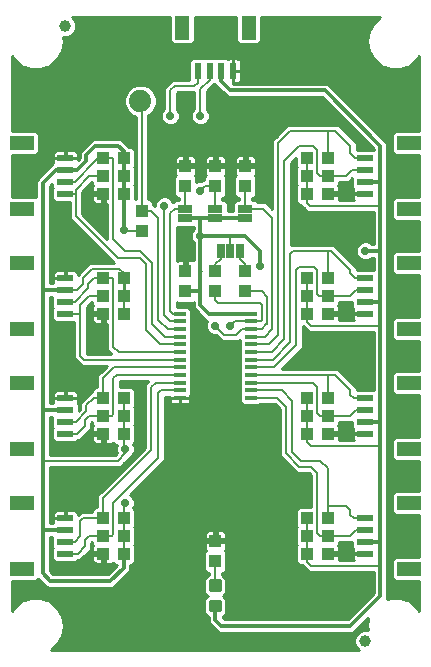
<source format=gtl>
G75*
%MOIN*%
%OFA0B0*%
%FSLAX25Y25*%
%IPPOS*%
%LPD*%
%AMOC8*
5,1,8,0,0,1.08239X$1,22.5*
%
%ADD10R,0.03937X0.04331*%
%ADD11C,0.03937*%
%ADD12R,0.07874X0.04724*%
%ADD13R,0.05315X0.02362*%
%ADD14R,0.03937X0.01181*%
%ADD15R,0.04331X0.03937*%
%ADD16R,0.05000X0.02500*%
%ADD17C,0.07400*%
%ADD18R,0.04724X0.07874*%
%ADD19R,0.02362X0.05315*%
%ADD20C,0.01181*%
%ADD21R,0.02500X0.05000*%
%ADD22C,0.01000*%
%ADD23C,0.02900*%
%ADD24C,0.01200*%
%ADD25C,0.00700*%
D10*
X0188333Y0081654D03*
X0188333Y0088346D03*
X0188334Y0171650D03*
X0188334Y0178343D03*
X0178334Y0178343D03*
X0178334Y0171650D03*
X0198334Y0171650D03*
X0198334Y0178343D03*
X0163834Y0191650D03*
X0163834Y0198343D03*
X0178334Y0206650D03*
X0178334Y0213343D03*
X0188334Y0213343D03*
X0188334Y0206650D03*
X0198334Y0206650D03*
X0198334Y0213343D03*
D11*
X0138333Y0260000D03*
X0238333Y0055000D03*
D12*
X0252799Y0078976D03*
X0252799Y0101023D03*
X0252799Y0118976D03*
X0252799Y0141023D03*
X0252799Y0158976D03*
X0252799Y0181023D03*
X0252799Y0198976D03*
X0252799Y0221023D03*
X0123865Y0221021D03*
X0123865Y0198973D03*
X0123865Y0181021D03*
X0123865Y0158973D03*
X0123865Y0141021D03*
X0123865Y0118973D03*
X0123865Y0101021D03*
X0123865Y0078973D03*
D13*
X0138334Y0084091D03*
X0138334Y0088028D03*
X0138334Y0091965D03*
X0138334Y0095902D03*
X0138334Y0124091D03*
X0138334Y0128028D03*
X0138334Y0131965D03*
X0138334Y0135902D03*
X0138334Y0164091D03*
X0138334Y0168028D03*
X0138334Y0171965D03*
X0138334Y0175902D03*
X0138334Y0204091D03*
X0138334Y0208028D03*
X0138334Y0211965D03*
X0138334Y0215902D03*
X0238330Y0215905D03*
X0238330Y0211968D03*
X0238330Y0208031D03*
X0238330Y0204094D03*
X0238330Y0175905D03*
X0238330Y0171968D03*
X0238330Y0168031D03*
X0238330Y0164094D03*
X0238330Y0135905D03*
X0238330Y0131968D03*
X0238330Y0128031D03*
X0238330Y0124094D03*
X0238330Y0095905D03*
X0238330Y0091968D03*
X0238330Y0088031D03*
X0238330Y0084094D03*
D14*
X0200145Y0135922D03*
X0200145Y0138481D03*
X0200145Y0141040D03*
X0200145Y0143599D03*
X0200145Y0146158D03*
X0200145Y0148717D03*
X0200145Y0151276D03*
X0200145Y0153836D03*
X0200145Y0156395D03*
X0200145Y0158954D03*
X0200145Y0161513D03*
X0200145Y0164072D03*
X0176523Y0164052D03*
X0176523Y0161513D03*
X0176523Y0158954D03*
X0176523Y0156395D03*
X0176523Y0153836D03*
X0176523Y0151276D03*
X0176523Y0148717D03*
X0176523Y0146158D03*
X0176523Y0143599D03*
X0176523Y0141040D03*
X0176523Y0138481D03*
X0176523Y0135922D03*
D15*
X0157680Y0135997D03*
X0150987Y0135997D03*
X0150987Y0129997D03*
X0157680Y0129997D03*
X0157680Y0123997D03*
X0150987Y0123997D03*
X0150987Y0095997D03*
X0157680Y0095997D03*
X0157680Y0089997D03*
X0150987Y0089997D03*
X0150987Y0083997D03*
X0157680Y0083997D03*
X0218987Y0084000D03*
X0218986Y0090003D03*
X0218986Y0096003D03*
X0225679Y0096003D03*
X0225679Y0090003D03*
X0225680Y0084000D03*
X0225680Y0124000D03*
X0225679Y0130003D03*
X0225679Y0136003D03*
X0218986Y0136003D03*
X0218986Y0130003D03*
X0218987Y0124000D03*
X0218987Y0164000D03*
X0218986Y0170003D03*
X0218986Y0176003D03*
X0225679Y0176003D03*
X0225679Y0170003D03*
X0225680Y0164000D03*
X0225680Y0204000D03*
X0225679Y0210003D03*
X0225679Y0216003D03*
X0218986Y0216003D03*
X0218986Y0210003D03*
X0218987Y0204000D03*
X0157680Y0203997D03*
X0150987Y0203997D03*
X0150987Y0209997D03*
X0157680Y0209997D03*
X0157680Y0215997D03*
X0150987Y0215997D03*
X0150987Y0175997D03*
X0157680Y0175997D03*
X0157680Y0169997D03*
X0157680Y0163997D03*
X0150987Y0163997D03*
X0150987Y0169997D03*
D16*
X0178334Y0195897D03*
X0178334Y0199097D03*
X0188334Y0199097D03*
X0188334Y0195897D03*
X0198334Y0195897D03*
X0198334Y0199097D03*
D17*
X0163334Y0234997D03*
D18*
X0177310Y0259469D03*
X0199357Y0259469D03*
D19*
X0194239Y0245000D03*
X0190302Y0245000D03*
X0186365Y0245000D03*
X0182428Y0245000D03*
D20*
X0186955Y0072075D02*
X0189711Y0072075D01*
X0186955Y0072075D02*
X0186955Y0074831D01*
X0189711Y0074831D01*
X0189711Y0072075D01*
X0189711Y0073255D02*
X0186955Y0073255D01*
X0186955Y0074435D02*
X0189711Y0074435D01*
X0189711Y0065169D02*
X0186955Y0065169D01*
X0186955Y0067925D01*
X0189711Y0067925D01*
X0189711Y0065169D01*
X0189711Y0066349D02*
X0186955Y0066349D01*
X0186955Y0067529D02*
X0189711Y0067529D01*
D21*
X0190133Y0185000D03*
X0193333Y0185000D03*
X0196533Y0185000D03*
D22*
X0120433Y0074911D02*
X0120433Y0065117D01*
X0121021Y0066135D01*
X0121021Y0066135D01*
X0121021Y0066135D01*
X0123561Y0068266D01*
X0123561Y0068266D01*
X0126676Y0069400D01*
X0129991Y0069400D01*
X0133106Y0068266D01*
X0133106Y0068266D01*
X0135645Y0066135D01*
X0135645Y0066135D01*
X0137303Y0063265D01*
X0137303Y0063265D01*
X0137878Y0060000D01*
X0137878Y0060000D01*
X0137303Y0056735D01*
X0137303Y0056735D01*
X0135645Y0053865D01*
X0135645Y0053865D01*
X0135645Y0053865D01*
X0133542Y0052100D01*
X0236045Y0052100D01*
X0235223Y0052922D01*
X0234665Y0054270D01*
X0234665Y0055730D01*
X0235223Y0057078D01*
X0236255Y0058110D01*
X0237604Y0058668D01*
X0239023Y0058668D01*
X0238788Y0060000D01*
X0238788Y0060000D01*
X0239260Y0062674D01*
X0235633Y0059047D01*
X0235633Y0059047D01*
X0234286Y0057700D01*
X0189381Y0057700D01*
X0188033Y0059047D01*
X0186033Y0061047D01*
X0186033Y0062879D01*
X0186007Y0062879D01*
X0184665Y0064221D01*
X0184665Y0068874D01*
X0185791Y0070000D01*
X0184665Y0071126D01*
X0184665Y0075779D01*
X0186007Y0077121D01*
X0186283Y0077121D01*
X0186283Y0077788D01*
X0185661Y0077788D01*
X0184665Y0078784D01*
X0184665Y0084523D01*
X0185283Y0085141D01*
X0185165Y0085260D01*
X0184967Y0085602D01*
X0184865Y0085984D01*
X0184865Y0087862D01*
X0187849Y0087862D01*
X0187849Y0088831D01*
X0187849Y0092012D01*
X0186167Y0092012D01*
X0185786Y0091910D01*
X0185444Y0091712D01*
X0185165Y0091433D01*
X0184967Y0091091D01*
X0184865Y0090709D01*
X0184865Y0088831D01*
X0187849Y0088831D01*
X0188818Y0088831D01*
X0191802Y0088831D01*
X0191802Y0090709D01*
X0191700Y0091091D01*
X0191502Y0091433D01*
X0191223Y0091712D01*
X0190881Y0091910D01*
X0190499Y0092012D01*
X0188818Y0092012D01*
X0188818Y0088831D01*
X0188818Y0087862D01*
X0191802Y0087862D01*
X0191802Y0085984D01*
X0191700Y0085602D01*
X0191502Y0085260D01*
X0191383Y0085141D01*
X0192002Y0084523D01*
X0192002Y0078784D01*
X0191006Y0077788D01*
X0190383Y0077788D01*
X0190383Y0077121D01*
X0190660Y0077121D01*
X0192002Y0075779D01*
X0192002Y0071126D01*
X0190876Y0070000D01*
X0192002Y0068874D01*
X0192002Y0064221D01*
X0190684Y0062902D01*
X0191286Y0062300D01*
X0232381Y0062300D01*
X0241033Y0070953D01*
X0241033Y0077950D01*
X0219484Y0077950D01*
X0218283Y0079151D01*
X0218138Y0079296D01*
X0217103Y0080331D01*
X0216117Y0080331D01*
X0215122Y0081327D01*
X0215122Y0086673D01*
X0215450Y0087001D01*
X0215121Y0087330D01*
X0215121Y0092676D01*
X0215448Y0093003D01*
X0215121Y0093330D01*
X0215121Y0098676D01*
X0216117Y0099672D01*
X0220283Y0099672D01*
X0220283Y0110151D01*
X0219484Y0110950D01*
X0215484Y0110950D01*
X0214283Y0112151D01*
X0209783Y0116651D01*
X0209783Y0132151D01*
X0208062Y0133872D01*
X0203058Y0133872D01*
X0202817Y0133632D01*
X0197472Y0133632D01*
X0196476Y0134627D01*
X0196476Y0155244D01*
X0196182Y0154950D01*
X0190484Y0154950D01*
X0188584Y0156850D01*
X0187707Y0156850D01*
X0186549Y0157330D01*
X0185663Y0158216D01*
X0185183Y0159373D01*
X0185183Y0160627D01*
X0185658Y0161772D01*
X0185309Y0161772D01*
X0182381Y0164700D01*
X0181033Y0166047D01*
X0181033Y0167812D01*
X0181006Y0167785D01*
X0175661Y0167785D01*
X0175384Y0168062D01*
X0175384Y0166343D01*
X0179195Y0166343D01*
X0180191Y0165347D01*
X0180191Y0137186D01*
X0179933Y0136928D01*
X0179991Y0136710D01*
X0179991Y0135922D01*
X0176523Y0135922D01*
X0176523Y0135922D01*
X0176523Y0133832D01*
X0178689Y0133832D01*
X0179070Y0133934D01*
X0179412Y0134131D01*
X0179692Y0134411D01*
X0179889Y0134753D01*
X0179991Y0135134D01*
X0179991Y0135922D01*
X0176523Y0135922D01*
X0176523Y0135922D01*
X0176523Y0133832D01*
X0174357Y0133832D01*
X0173975Y0133934D01*
X0173633Y0134131D01*
X0173354Y0134411D01*
X0173156Y0134753D01*
X0173054Y0135134D01*
X0173054Y0135922D01*
X0176523Y0135922D01*
X0176523Y0135922D01*
X0173054Y0135922D01*
X0173054Y0136431D01*
X0171384Y0136431D01*
X0171384Y0115148D01*
X0170183Y0113947D01*
X0170183Y0113947D01*
X0159968Y0103732D01*
X0160118Y0103670D01*
X0161004Y0102784D01*
X0161483Y0101627D01*
X0161483Y0100373D01*
X0161004Y0099216D01*
X0161002Y0099214D01*
X0161546Y0098670D01*
X0161546Y0093324D01*
X0161218Y0092997D01*
X0161546Y0092670D01*
X0161546Y0087324D01*
X0161218Y0086997D01*
X0161546Y0086670D01*
X0161546Y0081324D01*
X0160550Y0080328D01*
X0159980Y0080328D01*
X0159980Y0078394D01*
X0155633Y0074047D01*
X0154286Y0072700D01*
X0132381Y0072700D01*
X0129338Y0075743D01*
X0128506Y0074911D01*
X0120433Y0074911D01*
X0120433Y0073964D02*
X0131116Y0073964D01*
X0130118Y0074963D02*
X0128558Y0074963D01*
X0132115Y0072966D02*
X0120433Y0072966D01*
X0120433Y0071967D02*
X0184665Y0071967D01*
X0184665Y0072966D02*
X0154552Y0072966D01*
X0155550Y0073964D02*
X0184665Y0073964D01*
X0184665Y0074963D02*
X0156549Y0074963D01*
X0157547Y0075961D02*
X0184847Y0075961D01*
X0185845Y0076960D02*
X0158546Y0076960D01*
X0159544Y0077958D02*
X0185491Y0077958D01*
X0184665Y0078957D02*
X0159980Y0078957D01*
X0159980Y0079955D02*
X0184665Y0079955D01*
X0184665Y0080954D02*
X0161175Y0080954D01*
X0161546Y0081952D02*
X0184665Y0081952D01*
X0184665Y0082951D02*
X0161546Y0082951D01*
X0161546Y0083949D02*
X0184665Y0083949D01*
X0185090Y0084948D02*
X0161546Y0084948D01*
X0161546Y0085946D02*
X0184875Y0085946D01*
X0184865Y0086945D02*
X0161270Y0086945D01*
X0161546Y0087943D02*
X0187849Y0087943D01*
X0188818Y0087943D02*
X0215121Y0087943D01*
X0215121Y0088942D02*
X0191802Y0088942D01*
X0191802Y0089940D02*
X0215121Y0089940D01*
X0215121Y0090939D02*
X0191740Y0090939D01*
X0190777Y0091937D02*
X0215121Y0091937D01*
X0215381Y0092936D02*
X0161279Y0092936D01*
X0161546Y0093934D02*
X0215121Y0093934D01*
X0215121Y0094933D02*
X0161546Y0094933D01*
X0161546Y0095932D02*
X0215121Y0095932D01*
X0215121Y0096930D02*
X0161546Y0096930D01*
X0161546Y0097929D02*
X0215121Y0097929D01*
X0215372Y0098927D02*
X0161288Y0098927D01*
X0161298Y0099926D02*
X0220283Y0099926D01*
X0220283Y0100924D02*
X0161483Y0100924D01*
X0161361Y0101923D02*
X0220283Y0101923D01*
X0220283Y0102921D02*
X0160867Y0102921D01*
X0160156Y0103920D02*
X0220283Y0103920D01*
X0220283Y0104918D02*
X0161154Y0104918D01*
X0162153Y0105917D02*
X0220283Y0105917D01*
X0220283Y0106915D02*
X0163151Y0106915D01*
X0164150Y0107914D02*
X0220283Y0107914D01*
X0220283Y0108912D02*
X0165148Y0108912D01*
X0166147Y0109911D02*
X0220283Y0109911D01*
X0219525Y0110909D02*
X0167145Y0110909D01*
X0168144Y0111908D02*
X0214526Y0111908D01*
X0213528Y0112906D02*
X0169142Y0112906D01*
X0170141Y0113905D02*
X0212529Y0113905D01*
X0211531Y0114903D02*
X0171139Y0114903D01*
X0171384Y0115902D02*
X0210532Y0115902D01*
X0209783Y0116900D02*
X0171384Y0116900D01*
X0171384Y0117899D02*
X0209783Y0117899D01*
X0209783Y0118897D02*
X0171384Y0118897D01*
X0171384Y0119896D02*
X0209783Y0119896D01*
X0209783Y0120894D02*
X0171384Y0120894D01*
X0171384Y0121893D02*
X0209783Y0121893D01*
X0209783Y0122891D02*
X0171384Y0122891D01*
X0171384Y0123890D02*
X0209783Y0123890D01*
X0209783Y0124888D02*
X0171384Y0124888D01*
X0171384Y0125887D02*
X0209783Y0125887D01*
X0209783Y0126885D02*
X0171384Y0126885D01*
X0171384Y0127884D02*
X0209783Y0127884D01*
X0209783Y0128882D02*
X0171384Y0128882D01*
X0171384Y0129881D02*
X0209783Y0129881D01*
X0209783Y0130879D02*
X0171384Y0130879D01*
X0171384Y0131878D02*
X0209783Y0131878D01*
X0209058Y0132876D02*
X0171384Y0132876D01*
X0171384Y0133875D02*
X0174195Y0133875D01*
X0173124Y0134873D02*
X0171384Y0134873D01*
X0171384Y0135872D02*
X0173054Y0135872D01*
X0176523Y0135872D02*
X0176523Y0135872D01*
X0176523Y0134873D02*
X0176523Y0134873D01*
X0176523Y0133875D02*
X0176523Y0133875D01*
X0178851Y0133875D02*
X0197229Y0133875D01*
X0196476Y0134873D02*
X0179921Y0134873D01*
X0179991Y0135872D02*
X0196476Y0135872D01*
X0196476Y0136870D02*
X0179948Y0136870D01*
X0180191Y0137869D02*
X0196476Y0137869D01*
X0196476Y0138868D02*
X0180191Y0138868D01*
X0180191Y0139866D02*
X0196476Y0139866D01*
X0196476Y0140865D02*
X0180191Y0140865D01*
X0180191Y0141863D02*
X0196476Y0141863D01*
X0196476Y0142862D02*
X0180191Y0142862D01*
X0180191Y0143860D02*
X0196476Y0143860D01*
X0196476Y0144859D02*
X0180191Y0144859D01*
X0180191Y0145857D02*
X0196476Y0145857D01*
X0196476Y0146856D02*
X0180191Y0146856D01*
X0180191Y0147854D02*
X0196476Y0147854D01*
X0196476Y0148853D02*
X0180191Y0148853D01*
X0180191Y0149851D02*
X0196476Y0149851D01*
X0196476Y0150850D02*
X0180191Y0150850D01*
X0180191Y0151848D02*
X0196476Y0151848D01*
X0196476Y0152847D02*
X0180191Y0152847D01*
X0180191Y0153845D02*
X0196476Y0153845D01*
X0196476Y0154844D02*
X0180191Y0154844D01*
X0180191Y0155842D02*
X0189592Y0155842D01*
X0188593Y0156841D02*
X0180191Y0156841D01*
X0180191Y0157839D02*
X0186039Y0157839D01*
X0185405Y0158838D02*
X0180191Y0158838D01*
X0180191Y0159836D02*
X0185183Y0159836D01*
X0185270Y0160835D02*
X0180191Y0160835D01*
X0180191Y0161833D02*
X0185247Y0161833D01*
X0184249Y0162832D02*
X0180191Y0162832D01*
X0180191Y0163830D02*
X0183250Y0163830D01*
X0182252Y0164829D02*
X0180191Y0164829D01*
X0179711Y0165827D02*
X0181253Y0165827D01*
X0181033Y0166826D02*
X0175384Y0166826D01*
X0175384Y0167824D02*
X0175622Y0167824D01*
X0177850Y0178828D02*
X0177850Y0182009D01*
X0176168Y0182009D01*
X0175786Y0181906D01*
X0175444Y0181709D01*
X0175384Y0181649D01*
X0175384Y0192947D01*
X0181034Y0192947D01*
X0181034Y0192155D01*
X0180663Y0191784D01*
X0180184Y0190627D01*
X0180184Y0189373D01*
X0180663Y0188216D01*
X0181034Y0187845D01*
X0181034Y0181818D01*
X0180881Y0181906D01*
X0180500Y0182009D01*
X0178818Y0182009D01*
X0178818Y0178828D01*
X0177850Y0178828D01*
X0177850Y0179806D02*
X0178818Y0179806D01*
X0178818Y0180805D02*
X0177850Y0180805D01*
X0177850Y0181803D02*
X0178818Y0181803D01*
X0181034Y0182802D02*
X0175384Y0182802D01*
X0175384Y0181803D02*
X0175608Y0181803D01*
X0175384Y0183801D02*
X0181034Y0183801D01*
X0181034Y0184799D02*
X0175384Y0184799D01*
X0175384Y0185798D02*
X0181034Y0185798D01*
X0181034Y0186796D02*
X0175384Y0186796D01*
X0175384Y0187795D02*
X0181034Y0187795D01*
X0180424Y0188793D02*
X0175384Y0188793D01*
X0175384Y0189792D02*
X0180184Y0189792D01*
X0180252Y0190790D02*
X0175384Y0190790D01*
X0175384Y0191789D02*
X0180668Y0191789D01*
X0181034Y0192787D02*
X0175384Y0192787D01*
X0174256Y0201173D02*
X0174004Y0201781D01*
X0173118Y0202667D01*
X0171960Y0203147D01*
X0170707Y0203147D01*
X0169549Y0202667D01*
X0168663Y0201781D01*
X0168184Y0200623D01*
X0168184Y0200046D01*
X0167836Y0200393D01*
X0167502Y0200393D01*
X0167502Y0201213D01*
X0166506Y0202209D01*
X0165884Y0202209D01*
X0165884Y0230208D01*
X0166393Y0230419D01*
X0167912Y0231938D01*
X0168734Y0233923D01*
X0168734Y0236071D01*
X0167912Y0238056D01*
X0166393Y0239575D01*
X0164408Y0240397D01*
X0162260Y0240397D01*
X0160275Y0239575D01*
X0158756Y0238056D01*
X0157934Y0236071D01*
X0157934Y0233923D01*
X0158756Y0231938D01*
X0160275Y0230419D01*
X0161784Y0229794D01*
X0161784Y0202209D01*
X0161546Y0202209D01*
X0161546Y0206670D01*
X0161218Y0206997D01*
X0161546Y0207324D01*
X0161546Y0212670D01*
X0161218Y0212997D01*
X0161546Y0213324D01*
X0161546Y0218670D01*
X0160550Y0219665D01*
X0159421Y0219665D01*
X0158133Y0220953D01*
X0156786Y0222300D01*
X0147381Y0222300D01*
X0144381Y0219300D01*
X0143033Y0217953D01*
X0143033Y0215953D01*
X0142491Y0215411D01*
X0142491Y0215812D01*
X0138424Y0215812D01*
X0138424Y0215993D01*
X0138243Y0215993D01*
X0138243Y0215812D01*
X0134176Y0215812D01*
X0134176Y0214524D01*
X0134267Y0214186D01*
X0128533Y0208453D01*
X0128533Y0203009D01*
X0128506Y0203035D01*
X0120433Y0203035D01*
X0120433Y0216958D01*
X0128506Y0216958D01*
X0129502Y0217954D01*
X0129502Y0224087D01*
X0128506Y0225083D01*
X0120433Y0225083D01*
X0120433Y0249883D01*
X0121021Y0248865D01*
X0121021Y0248865D01*
X0123561Y0246734D01*
X0126676Y0245600D01*
X0129991Y0245600D01*
X0133106Y0246734D01*
X0135645Y0248865D01*
X0137303Y0251735D01*
X0137303Y0251735D01*
X0137878Y0255000D01*
X0137644Y0256331D01*
X0139063Y0256331D01*
X0140411Y0256890D01*
X0141443Y0257922D01*
X0142002Y0259270D01*
X0142002Y0260730D01*
X0141443Y0262078D01*
X0140621Y0262900D01*
X0173248Y0262900D01*
X0173248Y0254827D01*
X0174243Y0253831D01*
X0180376Y0253831D01*
X0181372Y0254827D01*
X0181372Y0262900D01*
X0195295Y0262900D01*
X0195295Y0254827D01*
X0196291Y0253831D01*
X0202423Y0253831D01*
X0203419Y0254827D01*
X0203419Y0262900D01*
X0243124Y0262900D01*
X0241021Y0261135D01*
X0239364Y0258265D01*
X0239364Y0258265D01*
X0238788Y0255000D01*
X0239364Y0251735D01*
X0241021Y0248865D01*
X0241021Y0248865D01*
X0243561Y0246734D01*
X0246676Y0245600D01*
X0249991Y0245600D01*
X0253106Y0246734D01*
X0255645Y0248865D01*
X0256233Y0249883D01*
X0256233Y0225085D01*
X0248158Y0225085D01*
X0247162Y0224090D01*
X0247162Y0217957D01*
X0248158Y0216961D01*
X0256233Y0216961D01*
X0256233Y0203038D01*
X0248158Y0203038D01*
X0247162Y0202042D01*
X0247162Y0195910D01*
X0248158Y0194914D01*
X0256233Y0194914D01*
X0256233Y0185085D01*
X0248158Y0185085D01*
X0247162Y0184090D01*
X0247162Y0177957D01*
X0248158Y0176961D01*
X0256233Y0176961D01*
X0256233Y0163038D01*
X0248158Y0163038D01*
X0247162Y0162042D01*
X0247162Y0155910D01*
X0248158Y0154914D01*
X0256233Y0154914D01*
X0256233Y0145085D01*
X0248158Y0145085D01*
X0247162Y0144090D01*
X0247162Y0137957D01*
X0248158Y0136961D01*
X0256233Y0136961D01*
X0256233Y0123038D01*
X0248158Y0123038D01*
X0247162Y0122042D01*
X0247162Y0115910D01*
X0248158Y0114914D01*
X0256233Y0114914D01*
X0256233Y0105085D01*
X0248158Y0105085D01*
X0247162Y0104090D01*
X0247162Y0097957D01*
X0248158Y0096961D01*
X0256233Y0096961D01*
X0256233Y0083038D01*
X0248158Y0083038D01*
X0247162Y0082042D01*
X0247162Y0075910D01*
X0248158Y0074914D01*
X0256233Y0074914D01*
X0256233Y0065117D01*
X0255645Y0066135D01*
X0255645Y0066135D01*
X0253106Y0068266D01*
X0253106Y0068266D01*
X0249991Y0069400D01*
X0246676Y0069400D01*
X0245591Y0069005D01*
X0245633Y0069047D01*
X0245633Y0220953D01*
X0244286Y0222300D01*
X0225786Y0240800D01*
X0194286Y0240800D01*
X0194148Y0240938D01*
X0194148Y0244909D01*
X0194329Y0244909D01*
X0194329Y0240843D01*
X0195617Y0240843D01*
X0195999Y0240945D01*
X0196341Y0241142D01*
X0196620Y0241421D01*
X0196818Y0241764D01*
X0196920Y0242145D01*
X0196920Y0244909D01*
X0194329Y0244909D01*
X0194329Y0245091D01*
X0194148Y0245091D01*
X0194148Y0249157D01*
X0192860Y0249157D01*
X0192487Y0249057D01*
X0192187Y0249357D01*
X0188417Y0249357D01*
X0188333Y0249274D01*
X0188250Y0249357D01*
X0184480Y0249357D01*
X0184396Y0249274D01*
X0184313Y0249357D01*
X0180543Y0249357D01*
X0179547Y0248362D01*
X0179547Y0242050D01*
X0173984Y0242050D01*
X0171283Y0239349D01*
X0171283Y0232405D01*
X0170663Y0231784D01*
X0170183Y0230627D01*
X0170183Y0229373D01*
X0170663Y0228216D01*
X0171549Y0227330D01*
X0172707Y0226850D01*
X0173960Y0226850D01*
X0175118Y0227330D01*
X0176004Y0228216D01*
X0176483Y0229373D01*
X0176483Y0230627D01*
X0176004Y0231784D01*
X0175383Y0232405D01*
X0175383Y0237651D01*
X0175682Y0237950D01*
X0181283Y0237950D01*
X0181283Y0232405D01*
X0180663Y0231784D01*
X0180183Y0230627D01*
X0180183Y0229373D01*
X0180663Y0228216D01*
X0181549Y0227330D01*
X0182707Y0226850D01*
X0183960Y0226850D01*
X0185118Y0227330D01*
X0186004Y0228216D01*
X0186483Y0229373D01*
X0186483Y0230627D01*
X0186004Y0231784D01*
X0185383Y0232405D01*
X0185383Y0238151D01*
X0187875Y0240643D01*
X0188002Y0240643D01*
X0188002Y0240579D01*
X0191033Y0237547D01*
X0192381Y0236200D01*
X0223881Y0236200D01*
X0241033Y0219047D01*
X0241033Y0218786D01*
X0235383Y0218786D01*
X0235383Y0220849D01*
X0230383Y0225849D01*
X0230383Y0225849D01*
X0229182Y0227050D01*
X0212484Y0227050D01*
X0211283Y0225849D01*
X0208484Y0223050D01*
X0207283Y0221849D01*
X0207283Y0198947D01*
X0205083Y0201147D01*
X0202438Y0201147D01*
X0201538Y0202047D01*
X0200384Y0202047D01*
X0200384Y0202785D01*
X0201006Y0202785D01*
X0202002Y0203781D01*
X0202002Y0209520D01*
X0201384Y0210138D01*
X0201503Y0210257D01*
X0201700Y0210599D01*
X0201802Y0210981D01*
X0201802Y0212859D01*
X0198818Y0212859D01*
X0198818Y0213828D01*
X0197850Y0213828D01*
X0197850Y0217009D01*
X0196168Y0217009D01*
X0195786Y0216906D01*
X0195444Y0216709D01*
X0195165Y0216430D01*
X0194968Y0216088D01*
X0194865Y0215706D01*
X0194865Y0213828D01*
X0197849Y0213828D01*
X0197849Y0212859D01*
X0194865Y0212859D01*
X0194865Y0210981D01*
X0194968Y0210599D01*
X0195165Y0210257D01*
X0195284Y0210138D01*
X0194665Y0209520D01*
X0194665Y0203781D01*
X0195661Y0202785D01*
X0196284Y0202785D01*
X0196284Y0202047D01*
X0195130Y0202047D01*
X0194134Y0201051D01*
X0194134Y0198197D01*
X0192534Y0198197D01*
X0192534Y0201051D01*
X0191538Y0202047D01*
X0190384Y0202047D01*
X0190384Y0202785D01*
X0191006Y0202785D01*
X0192002Y0203781D01*
X0192002Y0209520D01*
X0191384Y0210138D01*
X0191503Y0210257D01*
X0191700Y0210599D01*
X0191802Y0210981D01*
X0191802Y0212859D01*
X0188818Y0212859D01*
X0188818Y0213828D01*
X0187850Y0213828D01*
X0187850Y0217009D01*
X0186168Y0217009D01*
X0185786Y0216906D01*
X0185444Y0216709D01*
X0185165Y0216430D01*
X0184968Y0216088D01*
X0184865Y0215706D01*
X0184865Y0213828D01*
X0187849Y0213828D01*
X0187849Y0212859D01*
X0184865Y0212859D01*
X0184865Y0210981D01*
X0184968Y0210599D01*
X0185165Y0210257D01*
X0185284Y0210138D01*
X0184665Y0209520D01*
X0184665Y0208700D01*
X0184138Y0208700D01*
X0183585Y0208147D01*
X0182707Y0208147D01*
X0182002Y0207855D01*
X0182002Y0209520D01*
X0181384Y0210138D01*
X0181503Y0210257D01*
X0181700Y0210599D01*
X0181802Y0210981D01*
X0181802Y0212859D01*
X0178818Y0212859D01*
X0178818Y0213828D01*
X0177850Y0213828D01*
X0177850Y0217009D01*
X0176168Y0217009D01*
X0175786Y0216906D01*
X0175444Y0216709D01*
X0175165Y0216430D01*
X0174968Y0216088D01*
X0174865Y0215706D01*
X0174865Y0213828D01*
X0177849Y0213828D01*
X0177849Y0212859D01*
X0174865Y0212859D01*
X0174865Y0210981D01*
X0174968Y0210599D01*
X0175165Y0210257D01*
X0175284Y0210138D01*
X0174665Y0209520D01*
X0174665Y0203781D01*
X0175661Y0202785D01*
X0176284Y0202785D01*
X0176284Y0202047D01*
X0175130Y0202047D01*
X0174256Y0201173D01*
X0174007Y0201774D02*
X0174856Y0201774D01*
X0176284Y0202772D02*
X0172865Y0202772D01*
X0174675Y0203771D02*
X0165884Y0203771D01*
X0165884Y0204769D02*
X0174665Y0204769D01*
X0174665Y0205768D02*
X0165884Y0205768D01*
X0165884Y0206766D02*
X0174665Y0206766D01*
X0174665Y0207765D02*
X0165884Y0207765D01*
X0165884Y0208763D02*
X0174665Y0208763D01*
X0174907Y0209762D02*
X0165884Y0209762D01*
X0165884Y0210760D02*
X0174924Y0210760D01*
X0174865Y0211759D02*
X0165884Y0211759D01*
X0165884Y0212757D02*
X0174865Y0212757D01*
X0174865Y0214754D02*
X0165884Y0214754D01*
X0165884Y0213756D02*
X0177849Y0213756D01*
X0178818Y0213756D02*
X0187849Y0213756D01*
X0188818Y0213756D02*
X0197849Y0213756D01*
X0198818Y0213756D02*
X0207283Y0213756D01*
X0207283Y0214754D02*
X0201802Y0214754D01*
X0201802Y0213828D02*
X0201802Y0215706D01*
X0201700Y0216088D01*
X0201503Y0216430D01*
X0201223Y0216709D01*
X0200881Y0216906D01*
X0200500Y0217009D01*
X0198818Y0217009D01*
X0198818Y0213828D01*
X0201802Y0213828D01*
X0201802Y0212757D02*
X0207283Y0212757D01*
X0207283Y0211759D02*
X0201802Y0211759D01*
X0201743Y0210760D02*
X0207283Y0210760D01*
X0207283Y0209762D02*
X0201760Y0209762D01*
X0202002Y0208763D02*
X0207283Y0208763D01*
X0207283Y0207765D02*
X0202002Y0207765D01*
X0202002Y0206766D02*
X0207283Y0206766D01*
X0207283Y0205768D02*
X0202002Y0205768D01*
X0202002Y0204769D02*
X0207283Y0204769D01*
X0207283Y0203771D02*
X0201992Y0203771D01*
X0200384Y0202772D02*
X0207283Y0202772D01*
X0207283Y0201774D02*
X0201811Y0201774D01*
X0205455Y0200775D02*
X0207283Y0200775D01*
X0207283Y0199777D02*
X0206453Y0199777D01*
X0213383Y0199777D02*
X0217157Y0199777D01*
X0216936Y0199998D02*
X0217783Y0199151D01*
X0218984Y0197950D01*
X0241033Y0197950D01*
X0241033Y0187300D01*
X0240488Y0187300D01*
X0240118Y0187670D01*
X0238960Y0188150D01*
X0237707Y0188150D01*
X0236549Y0187670D01*
X0235663Y0186784D01*
X0235183Y0185627D01*
X0235183Y0184373D01*
X0235663Y0183216D01*
X0236549Y0182330D01*
X0237707Y0181850D01*
X0238960Y0181850D01*
X0240118Y0182330D01*
X0240488Y0182700D01*
X0241033Y0182700D01*
X0241033Y0178786D01*
X0235383Y0178786D01*
X0235383Y0179349D01*
X0227682Y0187050D01*
X0213484Y0187050D01*
X0213383Y0186949D01*
X0213383Y0214151D01*
X0215121Y0215889D01*
X0215121Y0213330D01*
X0215448Y0213003D01*
X0215121Y0212676D01*
X0215121Y0207330D01*
X0215450Y0207001D01*
X0215122Y0206673D01*
X0215122Y0201327D01*
X0216117Y0200331D01*
X0216936Y0200331D01*
X0216936Y0199998D01*
X0217783Y0199151D02*
X0217783Y0199151D01*
X0218156Y0198778D02*
X0213383Y0198778D01*
X0213383Y0197780D02*
X0241033Y0197780D01*
X0241033Y0196781D02*
X0213383Y0196781D01*
X0213383Y0195783D02*
X0241033Y0195783D01*
X0241033Y0194784D02*
X0213383Y0194784D01*
X0213383Y0193786D02*
X0241033Y0193786D01*
X0241033Y0192787D02*
X0213383Y0192787D01*
X0213383Y0191789D02*
X0241033Y0191789D01*
X0241033Y0190790D02*
X0213383Y0190790D01*
X0213383Y0189792D02*
X0241033Y0189792D01*
X0241033Y0188793D02*
X0213383Y0188793D01*
X0213383Y0187795D02*
X0236849Y0187795D01*
X0235675Y0186796D02*
X0227936Y0186796D01*
X0228935Y0185798D02*
X0235254Y0185798D01*
X0235183Y0184799D02*
X0229933Y0184799D01*
X0230932Y0183801D02*
X0235421Y0183801D01*
X0236077Y0182802D02*
X0231930Y0182802D01*
X0232929Y0181803D02*
X0241033Y0181803D01*
X0241033Y0180805D02*
X0233927Y0180805D01*
X0234926Y0179806D02*
X0241033Y0179806D01*
X0241033Y0178808D02*
X0235383Y0178808D01*
X0239818Y0187795D02*
X0241033Y0187795D01*
X0245633Y0187795D02*
X0256233Y0187795D01*
X0256233Y0188793D02*
X0245633Y0188793D01*
X0245633Y0189792D02*
X0256233Y0189792D01*
X0256233Y0190790D02*
X0245633Y0190790D01*
X0245633Y0191789D02*
X0256233Y0191789D01*
X0256233Y0192787D02*
X0245633Y0192787D01*
X0245633Y0193786D02*
X0256233Y0193786D01*
X0256233Y0194784D02*
X0245633Y0194784D01*
X0245633Y0195783D02*
X0247289Y0195783D01*
X0247162Y0196781D02*
X0245633Y0196781D01*
X0245633Y0197780D02*
X0247162Y0197780D01*
X0247162Y0198778D02*
X0245633Y0198778D01*
X0245633Y0199777D02*
X0247162Y0199777D01*
X0247162Y0200775D02*
X0245633Y0200775D01*
X0245633Y0201774D02*
X0247162Y0201774D01*
X0247892Y0202772D02*
X0245633Y0202772D01*
X0245633Y0203771D02*
X0256233Y0203771D01*
X0256233Y0204769D02*
X0245633Y0204769D01*
X0245633Y0205768D02*
X0256233Y0205768D01*
X0256233Y0206766D02*
X0245633Y0206766D01*
X0245633Y0207765D02*
X0256233Y0207765D01*
X0256233Y0208763D02*
X0245633Y0208763D01*
X0245633Y0209762D02*
X0256233Y0209762D01*
X0256233Y0210760D02*
X0245633Y0210760D01*
X0245633Y0211759D02*
X0256233Y0211759D01*
X0256233Y0212757D02*
X0245633Y0212757D01*
X0245633Y0213756D02*
X0256233Y0213756D01*
X0256233Y0214754D02*
X0245633Y0214754D01*
X0245633Y0215753D02*
X0256233Y0215753D01*
X0256233Y0216751D02*
X0245633Y0216751D01*
X0245633Y0217750D02*
X0247369Y0217750D01*
X0247162Y0218748D02*
X0245633Y0218748D01*
X0245633Y0219747D02*
X0247162Y0219747D01*
X0247162Y0220745D02*
X0245633Y0220745D01*
X0244842Y0221744D02*
X0247162Y0221744D01*
X0247162Y0222742D02*
X0243844Y0222742D01*
X0242845Y0223741D02*
X0247162Y0223741D01*
X0247812Y0224739D02*
X0241847Y0224739D01*
X0240848Y0225738D02*
X0256233Y0225738D01*
X0256233Y0226737D02*
X0239849Y0226737D01*
X0238851Y0227735D02*
X0256233Y0227735D01*
X0256233Y0228734D02*
X0237852Y0228734D01*
X0236854Y0229732D02*
X0256233Y0229732D01*
X0256233Y0230731D02*
X0235855Y0230731D01*
X0234857Y0231729D02*
X0256233Y0231729D01*
X0256233Y0232728D02*
X0233858Y0232728D01*
X0232860Y0233726D02*
X0256233Y0233726D01*
X0256233Y0234725D02*
X0231861Y0234725D01*
X0230863Y0235723D02*
X0256233Y0235723D01*
X0256233Y0236722D02*
X0229864Y0236722D01*
X0228866Y0237720D02*
X0256233Y0237720D01*
X0256233Y0238719D02*
X0227867Y0238719D01*
X0226869Y0239717D02*
X0256233Y0239717D01*
X0256233Y0240716D02*
X0225870Y0240716D01*
X0224358Y0235723D02*
X0185383Y0235723D01*
X0185383Y0234725D02*
X0225356Y0234725D01*
X0226355Y0233726D02*
X0185383Y0233726D01*
X0185383Y0232728D02*
X0227353Y0232728D01*
X0228352Y0231729D02*
X0186027Y0231729D01*
X0186440Y0230731D02*
X0229350Y0230731D01*
X0230349Y0229732D02*
X0186483Y0229732D01*
X0186218Y0228734D02*
X0231347Y0228734D01*
X0232346Y0227735D02*
X0185523Y0227735D01*
X0181144Y0227735D02*
X0175523Y0227735D01*
X0176218Y0228734D02*
X0180448Y0228734D01*
X0180183Y0229732D02*
X0176483Y0229732D01*
X0176440Y0230731D02*
X0180226Y0230731D01*
X0180640Y0231729D02*
X0176027Y0231729D01*
X0175383Y0232728D02*
X0181283Y0232728D01*
X0181283Y0233726D02*
X0175383Y0233726D01*
X0175383Y0234725D02*
X0181283Y0234725D01*
X0181283Y0235723D02*
X0175383Y0235723D01*
X0175383Y0236722D02*
X0181283Y0236722D01*
X0181283Y0237720D02*
X0175453Y0237720D01*
X0172650Y0240716D02*
X0120433Y0240716D01*
X0120433Y0241714D02*
X0173648Y0241714D01*
X0171651Y0239717D02*
X0166049Y0239717D01*
X0167249Y0238719D02*
X0171283Y0238719D01*
X0171283Y0237720D02*
X0168051Y0237720D01*
X0168464Y0236722D02*
X0171283Y0236722D01*
X0171283Y0235723D02*
X0168734Y0235723D01*
X0168734Y0234725D02*
X0171283Y0234725D01*
X0171283Y0233726D02*
X0168652Y0233726D01*
X0168239Y0232728D02*
X0171283Y0232728D01*
X0170640Y0231729D02*
X0167703Y0231729D01*
X0166704Y0230731D02*
X0170226Y0230731D01*
X0170183Y0229732D02*
X0165884Y0229732D01*
X0165884Y0228734D02*
X0170448Y0228734D01*
X0171144Y0227735D02*
X0165884Y0227735D01*
X0165884Y0226737D02*
X0212171Y0226737D01*
X0211283Y0225849D02*
X0211283Y0225849D01*
X0211172Y0225738D02*
X0165884Y0225738D01*
X0165884Y0224739D02*
X0210174Y0224739D01*
X0209175Y0223741D02*
X0165884Y0223741D01*
X0165884Y0222742D02*
X0208177Y0222742D01*
X0208484Y0223050D02*
X0208484Y0223050D01*
X0207283Y0221744D02*
X0165884Y0221744D01*
X0165884Y0220745D02*
X0207283Y0220745D01*
X0207283Y0219747D02*
X0165884Y0219747D01*
X0165884Y0218748D02*
X0207283Y0218748D01*
X0207283Y0217750D02*
X0165884Y0217750D01*
X0165884Y0216751D02*
X0175518Y0216751D01*
X0174878Y0215753D02*
X0165884Y0215753D01*
X0161784Y0215753D02*
X0161546Y0215753D01*
X0161546Y0216751D02*
X0161784Y0216751D01*
X0161784Y0217750D02*
X0161546Y0217750D01*
X0161467Y0218748D02*
X0161784Y0218748D01*
X0161784Y0219747D02*
X0159339Y0219747D01*
X0158341Y0220745D02*
X0161784Y0220745D01*
X0161784Y0221744D02*
X0157342Y0221744D01*
X0158133Y0220953D02*
X0158133Y0220953D01*
X0161784Y0222742D02*
X0129502Y0222742D01*
X0129502Y0221744D02*
X0146825Y0221744D01*
X0145826Y0220745D02*
X0129502Y0220745D01*
X0129502Y0219747D02*
X0144828Y0219747D01*
X0143829Y0218748D02*
X0129502Y0218748D01*
X0129298Y0217750D02*
X0134329Y0217750D01*
X0134279Y0217663D02*
X0134176Y0217281D01*
X0134176Y0215993D01*
X0138243Y0215993D01*
X0138243Y0218584D01*
X0135479Y0218584D01*
X0135097Y0218481D01*
X0134755Y0218284D01*
X0134476Y0218005D01*
X0134279Y0217663D01*
X0134176Y0216751D02*
X0120433Y0216751D01*
X0120433Y0215753D02*
X0134176Y0215753D01*
X0134176Y0214754D02*
X0120433Y0214754D01*
X0120433Y0213756D02*
X0133837Y0213756D01*
X0132838Y0212757D02*
X0120433Y0212757D01*
X0120433Y0211759D02*
X0131839Y0211759D01*
X0130841Y0210760D02*
X0120433Y0210760D01*
X0120433Y0209762D02*
X0129842Y0209762D01*
X0128844Y0208763D02*
X0120433Y0208763D01*
X0120433Y0207765D02*
X0128533Y0207765D01*
X0128533Y0206766D02*
X0120433Y0206766D01*
X0120433Y0205768D02*
X0128533Y0205768D01*
X0128533Y0204769D02*
X0120433Y0204769D01*
X0120433Y0203771D02*
X0128533Y0203771D01*
X0133133Y0203771D02*
X0133976Y0203771D01*
X0133976Y0204769D02*
X0133133Y0204769D01*
X0133133Y0205768D02*
X0133976Y0205768D01*
X0133976Y0205977D02*
X0133976Y0202206D01*
X0134972Y0201210D01*
X0139692Y0201210D01*
X0139692Y0195742D01*
X0140893Y0194541D01*
X0154384Y0181050D01*
X0146484Y0181050D01*
X0145283Y0179849D01*
X0142491Y0177057D01*
X0142491Y0177281D01*
X0142389Y0177663D01*
X0142192Y0178005D01*
X0141912Y0178284D01*
X0141570Y0178481D01*
X0141189Y0178584D01*
X0138424Y0178584D01*
X0138424Y0175993D01*
X0138243Y0175993D01*
X0138243Y0175812D01*
X0134176Y0175812D01*
X0134176Y0174524D01*
X0134246Y0174265D01*
X0133133Y0174265D01*
X0133133Y0206547D01*
X0133976Y0207390D01*
X0133976Y0206143D01*
X0134060Y0206060D01*
X0133976Y0205977D01*
X0133976Y0206766D02*
X0133352Y0206766D01*
X0133133Y0202772D02*
X0133976Y0202772D01*
X0134409Y0201774D02*
X0133133Y0201774D01*
X0133133Y0200775D02*
X0139692Y0200775D01*
X0139692Y0199777D02*
X0133133Y0199777D01*
X0133133Y0198778D02*
X0139692Y0198778D01*
X0139692Y0197780D02*
X0133133Y0197780D01*
X0133133Y0196781D02*
X0139692Y0196781D01*
X0139692Y0195783D02*
X0133133Y0195783D01*
X0133133Y0194784D02*
X0140650Y0194784D01*
X0141649Y0193786D02*
X0133133Y0193786D01*
X0133133Y0192787D02*
X0142647Y0192787D01*
X0143646Y0191789D02*
X0133133Y0191789D01*
X0133133Y0190790D02*
X0144644Y0190790D01*
X0145643Y0189792D02*
X0133133Y0189792D01*
X0133133Y0188793D02*
X0146641Y0188793D01*
X0147640Y0187795D02*
X0133133Y0187795D01*
X0133133Y0186796D02*
X0148638Y0186796D01*
X0149637Y0185798D02*
X0133133Y0185798D01*
X0133133Y0184799D02*
X0150635Y0184799D01*
X0151634Y0183801D02*
X0133133Y0183801D01*
X0133133Y0182802D02*
X0152632Y0182802D01*
X0153631Y0181803D02*
X0133133Y0181803D01*
X0133133Y0180805D02*
X0146239Y0180805D01*
X0145283Y0179849D02*
X0145283Y0179849D01*
X0145241Y0179806D02*
X0133133Y0179806D01*
X0133133Y0178808D02*
X0144242Y0178808D01*
X0143244Y0177809D02*
X0142304Y0177809D01*
X0138424Y0177809D02*
X0138243Y0177809D01*
X0138243Y0178584D02*
X0135479Y0178584D01*
X0135097Y0178481D01*
X0134755Y0178284D01*
X0134476Y0178005D01*
X0134279Y0177663D01*
X0134176Y0177281D01*
X0134176Y0175993D01*
X0138243Y0175993D01*
X0138243Y0178584D01*
X0138243Y0176811D02*
X0138424Y0176811D01*
X0138243Y0175812D02*
X0133133Y0175812D01*
X0133133Y0174814D02*
X0134176Y0174814D01*
X0134176Y0176811D02*
X0133133Y0176811D01*
X0133133Y0177809D02*
X0134363Y0177809D01*
X0133976Y0169665D02*
X0133133Y0169665D01*
X0133133Y0134265D01*
X0134246Y0134265D01*
X0134176Y0134524D01*
X0134176Y0135812D01*
X0138243Y0135812D01*
X0138243Y0135993D01*
X0134176Y0135993D01*
X0134176Y0137281D01*
X0134279Y0137663D01*
X0134476Y0138005D01*
X0134755Y0138284D01*
X0135097Y0138481D01*
X0135479Y0138584D01*
X0138243Y0138584D01*
X0138243Y0135993D01*
X0138424Y0135993D01*
X0138424Y0138584D01*
X0141189Y0138584D01*
X0141570Y0138481D01*
X0141912Y0138284D01*
X0142192Y0138005D01*
X0142389Y0137663D01*
X0142491Y0137281D01*
X0142491Y0135993D01*
X0138424Y0135993D01*
X0138424Y0135812D01*
X0142491Y0135812D01*
X0142491Y0134524D01*
X0142391Y0134151D01*
X0142691Y0133851D01*
X0142691Y0131757D01*
X0143283Y0132349D01*
X0143283Y0134349D01*
X0145780Y0136846D01*
X0145780Y0136846D01*
X0146981Y0138047D01*
X0147122Y0138047D01*
X0147122Y0138670D01*
X0148118Y0139665D01*
X0148937Y0139665D01*
X0148937Y0143503D01*
X0150138Y0144704D01*
X0152102Y0146667D01*
X0143767Y0146667D01*
X0141283Y0149151D01*
X0141283Y0161210D01*
X0134972Y0161210D01*
X0133976Y0162206D01*
X0133976Y0165977D01*
X0134060Y0166060D01*
X0133976Y0166143D01*
X0133976Y0169665D01*
X0133976Y0168823D02*
X0133133Y0168823D01*
X0133133Y0167824D02*
X0133976Y0167824D01*
X0133976Y0166826D02*
X0133133Y0166826D01*
X0133133Y0165827D02*
X0133976Y0165827D01*
X0133976Y0164829D02*
X0133133Y0164829D01*
X0133133Y0163830D02*
X0133976Y0163830D01*
X0133976Y0162832D02*
X0133133Y0162832D01*
X0133133Y0161833D02*
X0134349Y0161833D01*
X0133133Y0160835D02*
X0141283Y0160835D01*
X0141283Y0159836D02*
X0133133Y0159836D01*
X0133133Y0158838D02*
X0141283Y0158838D01*
X0141283Y0157839D02*
X0133133Y0157839D01*
X0133133Y0156841D02*
X0141283Y0156841D01*
X0141283Y0155842D02*
X0133133Y0155842D01*
X0133133Y0154844D02*
X0141283Y0154844D01*
X0141283Y0153845D02*
X0133133Y0153845D01*
X0133133Y0152847D02*
X0141283Y0152847D01*
X0141283Y0151848D02*
X0133133Y0151848D01*
X0133133Y0150850D02*
X0141283Y0150850D01*
X0141283Y0149851D02*
X0133133Y0149851D01*
X0133133Y0148853D02*
X0141582Y0148853D01*
X0142580Y0147854D02*
X0133133Y0147854D01*
X0133133Y0146856D02*
X0143579Y0146856D01*
X0145465Y0150767D02*
X0145383Y0150849D01*
X0145383Y0164941D01*
X0145383Y0166151D01*
X0147122Y0167890D01*
X0147122Y0167324D01*
X0147599Y0166847D01*
X0147424Y0166544D01*
X0147322Y0166163D01*
X0147322Y0164481D01*
X0150503Y0164481D01*
X0150503Y0163513D01*
X0147322Y0163513D01*
X0147322Y0161831D01*
X0147424Y0161449D01*
X0147622Y0161107D01*
X0147901Y0160828D01*
X0148243Y0160631D01*
X0148624Y0160528D01*
X0150503Y0160528D01*
X0150503Y0163513D01*
X0151472Y0163513D01*
X0151472Y0160528D01*
X0152283Y0160528D01*
X0152283Y0152151D01*
X0153667Y0150767D01*
X0145465Y0150767D01*
X0145383Y0150850D02*
X0153585Y0150850D01*
X0152586Y0151848D02*
X0145383Y0151848D01*
X0145383Y0152847D02*
X0152283Y0152847D01*
X0152283Y0153845D02*
X0145383Y0153845D01*
X0145383Y0154844D02*
X0152283Y0154844D01*
X0152283Y0155842D02*
X0145383Y0155842D01*
X0145383Y0156841D02*
X0152283Y0156841D01*
X0152283Y0157839D02*
X0145383Y0157839D01*
X0145383Y0158838D02*
X0152283Y0158838D01*
X0152283Y0159836D02*
X0145383Y0159836D01*
X0145383Y0160835D02*
X0147894Y0160835D01*
X0147322Y0161833D02*
X0145383Y0161833D01*
X0145383Y0162832D02*
X0147322Y0162832D01*
X0147322Y0164829D02*
X0145383Y0164829D01*
X0145383Y0165827D02*
X0147322Y0165827D01*
X0147587Y0166826D02*
X0146058Y0166826D01*
X0147057Y0167824D02*
X0147122Y0167824D01*
X0145383Y0163830D02*
X0150503Y0163830D01*
X0150503Y0162832D02*
X0151472Y0162832D01*
X0151472Y0161833D02*
X0150503Y0161833D01*
X0150503Y0160835D02*
X0151472Y0160835D01*
X0157680Y0169997D02*
X0157680Y0175997D01*
X0152283Y0188949D02*
X0143792Y0197441D01*
X0143792Y0204559D01*
X0147122Y0207890D01*
X0147122Y0207324D01*
X0147599Y0206847D01*
X0147424Y0206544D01*
X0147322Y0206163D01*
X0147322Y0204481D01*
X0150503Y0204481D01*
X0150503Y0203513D01*
X0147322Y0203513D01*
X0147322Y0201831D01*
X0147424Y0201449D01*
X0147622Y0201107D01*
X0147901Y0200828D01*
X0148243Y0200631D01*
X0148624Y0200528D01*
X0150503Y0200528D01*
X0150503Y0203513D01*
X0151472Y0203513D01*
X0151472Y0200528D01*
X0152283Y0200528D01*
X0152283Y0188949D01*
X0152283Y0189792D02*
X0151441Y0189792D01*
X0152283Y0190790D02*
X0150442Y0190790D01*
X0149444Y0191789D02*
X0152283Y0191789D01*
X0152283Y0192787D02*
X0148445Y0192787D01*
X0147447Y0193786D02*
X0152283Y0193786D01*
X0152283Y0194784D02*
X0146448Y0194784D01*
X0145450Y0195783D02*
X0152283Y0195783D01*
X0152283Y0196781D02*
X0144451Y0196781D01*
X0143792Y0197780D02*
X0152283Y0197780D01*
X0152283Y0198778D02*
X0143792Y0198778D01*
X0143792Y0199777D02*
X0152283Y0199777D01*
X0151472Y0200775D02*
X0150503Y0200775D01*
X0150503Y0201774D02*
X0151472Y0201774D01*
X0151472Y0202772D02*
X0150503Y0202772D01*
X0150503Y0203771D02*
X0143792Y0203771D01*
X0143792Y0202772D02*
X0147322Y0202772D01*
X0147337Y0201774D02*
X0143792Y0201774D01*
X0143792Y0200775D02*
X0147993Y0200775D01*
X0147322Y0204769D02*
X0144002Y0204769D01*
X0145000Y0205768D02*
X0147322Y0205768D01*
X0147552Y0206766D02*
X0145999Y0206766D01*
X0146997Y0207765D02*
X0147122Y0207765D01*
X0142834Y0215753D02*
X0142491Y0215753D01*
X0142491Y0215993D02*
X0142491Y0217281D01*
X0142389Y0217663D01*
X0142192Y0218005D01*
X0141912Y0218284D01*
X0141570Y0218481D01*
X0141189Y0218584D01*
X0138424Y0218584D01*
X0138424Y0215993D01*
X0142491Y0215993D01*
X0142491Y0216751D02*
X0143033Y0216751D01*
X0143033Y0217750D02*
X0142339Y0217750D01*
X0138424Y0217750D02*
X0138243Y0217750D01*
X0138243Y0216751D02*
X0138424Y0216751D01*
X0129502Y0223741D02*
X0161784Y0223741D01*
X0161784Y0224739D02*
X0128850Y0224739D01*
X0120433Y0225738D02*
X0161784Y0225738D01*
X0161784Y0226737D02*
X0120433Y0226737D01*
X0120433Y0227735D02*
X0161784Y0227735D01*
X0161784Y0228734D02*
X0120433Y0228734D01*
X0120433Y0229732D02*
X0161784Y0229732D01*
X0159963Y0230731D02*
X0120433Y0230731D01*
X0120433Y0231729D02*
X0158965Y0231729D01*
X0158429Y0232728D02*
X0120433Y0232728D01*
X0120433Y0233726D02*
X0158015Y0233726D01*
X0157934Y0234725D02*
X0120433Y0234725D01*
X0120433Y0235723D02*
X0157934Y0235723D01*
X0158203Y0236722D02*
X0120433Y0236722D01*
X0120433Y0237720D02*
X0158617Y0237720D01*
X0159419Y0238719D02*
X0120433Y0238719D01*
X0120433Y0239717D02*
X0160619Y0239717D01*
X0179547Y0242713D02*
X0120433Y0242713D01*
X0120433Y0243711D02*
X0179547Y0243711D01*
X0179547Y0244710D02*
X0120433Y0244710D01*
X0120433Y0245708D02*
X0126379Y0245708D01*
X0123635Y0246707D02*
X0120433Y0246707D01*
X0120433Y0247705D02*
X0122403Y0247705D01*
X0123561Y0246734D02*
X0123561Y0246734D01*
X0121213Y0248704D02*
X0120433Y0248704D01*
X0120433Y0249702D02*
X0120538Y0249702D01*
X0130288Y0245708D02*
X0179547Y0245708D01*
X0179547Y0246707D02*
X0133032Y0246707D01*
X0133106Y0246734D02*
X0133106Y0246734D01*
X0134264Y0247705D02*
X0179547Y0247705D01*
X0179889Y0248704D02*
X0135454Y0248704D01*
X0135645Y0248865D02*
X0135645Y0248865D01*
X0135645Y0248865D01*
X0136129Y0249702D02*
X0240538Y0249702D01*
X0239961Y0250701D02*
X0136705Y0250701D01*
X0137282Y0251699D02*
X0239385Y0251699D01*
X0239364Y0251735D02*
X0239364Y0251735D01*
X0239194Y0252698D02*
X0137472Y0252698D01*
X0137648Y0253696D02*
X0239018Y0253696D01*
X0238842Y0254695D02*
X0203287Y0254695D01*
X0203419Y0255693D02*
X0238911Y0255693D01*
X0238788Y0255000D02*
X0238788Y0255000D01*
X0239087Y0256692D02*
X0203419Y0256692D01*
X0203419Y0257690D02*
X0239263Y0257690D01*
X0239609Y0258689D02*
X0203419Y0258689D01*
X0203419Y0259687D02*
X0240185Y0259687D01*
X0240762Y0260686D02*
X0203419Y0260686D01*
X0203419Y0261684D02*
X0241676Y0261684D01*
X0241021Y0261135D02*
X0241021Y0261135D01*
X0241021Y0261135D01*
X0242866Y0262683D02*
X0203419Y0262683D01*
X0195295Y0262683D02*
X0181372Y0262683D01*
X0181372Y0261684D02*
X0195295Y0261684D01*
X0195295Y0260686D02*
X0181372Y0260686D01*
X0181372Y0259687D02*
X0195295Y0259687D01*
X0195295Y0258689D02*
X0181372Y0258689D01*
X0181372Y0257690D02*
X0195295Y0257690D01*
X0195295Y0256692D02*
X0181372Y0256692D01*
X0181372Y0255693D02*
X0195295Y0255693D01*
X0195427Y0254695D02*
X0181239Y0254695D01*
X0173380Y0254695D02*
X0137825Y0254695D01*
X0137878Y0255000D02*
X0137878Y0255000D01*
X0137756Y0255693D02*
X0173248Y0255693D01*
X0173248Y0256692D02*
X0139933Y0256692D01*
X0141212Y0257690D02*
X0173248Y0257690D01*
X0173248Y0258689D02*
X0141761Y0258689D01*
X0142002Y0259687D02*
X0173248Y0259687D01*
X0173248Y0260686D02*
X0142002Y0260686D01*
X0141606Y0261684D02*
X0173248Y0261684D01*
X0173248Y0262683D02*
X0140838Y0262683D01*
X0185383Y0237720D02*
X0190861Y0237720D01*
X0191859Y0236722D02*
X0185383Y0236722D01*
X0185951Y0238719D02*
X0189862Y0238719D01*
X0188863Y0239717D02*
X0186950Y0239717D01*
X0194148Y0241714D02*
X0194329Y0241714D01*
X0194329Y0242713D02*
X0194148Y0242713D01*
X0194148Y0243711D02*
X0194329Y0243711D01*
X0194329Y0244710D02*
X0194148Y0244710D01*
X0194329Y0245091D02*
X0196920Y0245091D01*
X0196920Y0247855D01*
X0196818Y0248236D01*
X0196620Y0248578D01*
X0196341Y0248858D01*
X0195999Y0249055D01*
X0195617Y0249157D01*
X0194329Y0249157D01*
X0194329Y0245091D01*
X0194329Y0245708D02*
X0194148Y0245708D01*
X0194148Y0246707D02*
X0194329Y0246707D01*
X0194329Y0247705D02*
X0194148Y0247705D01*
X0194148Y0248704D02*
X0194329Y0248704D01*
X0196495Y0248704D02*
X0241213Y0248704D01*
X0242403Y0247705D02*
X0196920Y0247705D01*
X0196920Y0246707D02*
X0243635Y0246707D01*
X0243561Y0246734D02*
X0243561Y0246734D01*
X0246379Y0245708D02*
X0196920Y0245708D01*
X0196920Y0244710D02*
X0256233Y0244710D01*
X0256233Y0245708D02*
X0250288Y0245708D01*
X0253032Y0246707D02*
X0256233Y0246707D01*
X0256233Y0247705D02*
X0254264Y0247705D01*
X0253106Y0246734D02*
X0253106Y0246734D01*
X0255454Y0248704D02*
X0256233Y0248704D01*
X0255645Y0248865D02*
X0255645Y0248865D01*
X0255645Y0248865D01*
X0256129Y0249702D02*
X0256233Y0249702D01*
X0256233Y0243711D02*
X0196920Y0243711D01*
X0196920Y0242713D02*
X0256233Y0242713D01*
X0256233Y0241714D02*
X0196789Y0241714D01*
X0197850Y0216751D02*
X0198818Y0216751D01*
X0198818Y0215753D02*
X0197850Y0215753D01*
X0197850Y0214754D02*
X0198818Y0214754D01*
X0201150Y0216751D02*
X0207283Y0216751D01*
X0207283Y0215753D02*
X0201790Y0215753D01*
X0195518Y0216751D02*
X0191150Y0216751D01*
X0191223Y0216709D02*
X0190881Y0216906D01*
X0190500Y0217009D01*
X0188818Y0217009D01*
X0188818Y0213828D01*
X0191802Y0213828D01*
X0191802Y0215706D01*
X0191700Y0216088D01*
X0191503Y0216430D01*
X0191223Y0216709D01*
X0191790Y0215753D02*
X0194878Y0215753D01*
X0194865Y0214754D02*
X0191802Y0214754D01*
X0191802Y0212757D02*
X0194865Y0212757D01*
X0194865Y0211759D02*
X0191802Y0211759D01*
X0191743Y0210760D02*
X0194924Y0210760D01*
X0194907Y0209762D02*
X0191760Y0209762D01*
X0192002Y0208763D02*
X0194665Y0208763D01*
X0194665Y0207765D02*
X0192002Y0207765D01*
X0192002Y0206766D02*
X0194665Y0206766D01*
X0194665Y0205768D02*
X0192002Y0205768D01*
X0192002Y0204769D02*
X0194665Y0204769D01*
X0194675Y0203771D02*
X0191992Y0203771D01*
X0190384Y0202772D02*
X0196284Y0202772D01*
X0194856Y0201774D02*
X0191811Y0201774D01*
X0192534Y0200775D02*
X0194134Y0200775D01*
X0194134Y0199777D02*
X0192534Y0199777D01*
X0192534Y0198778D02*
X0194134Y0198778D01*
X0184665Y0208763D02*
X0182002Y0208763D01*
X0181760Y0209762D02*
X0184907Y0209762D01*
X0184924Y0210760D02*
X0181743Y0210760D01*
X0181802Y0211759D02*
X0184865Y0211759D01*
X0184865Y0212757D02*
X0181802Y0212757D01*
X0181802Y0213828D02*
X0181802Y0215706D01*
X0181700Y0216088D01*
X0181503Y0216430D01*
X0181223Y0216709D01*
X0180881Y0216906D01*
X0180500Y0217009D01*
X0178818Y0217009D01*
X0178818Y0213828D01*
X0181802Y0213828D01*
X0181802Y0214754D02*
X0184865Y0214754D01*
X0184878Y0215753D02*
X0181790Y0215753D01*
X0181150Y0216751D02*
X0185518Y0216751D01*
X0187850Y0216751D02*
X0188818Y0216751D01*
X0188818Y0215753D02*
X0187850Y0215753D01*
X0187850Y0214754D02*
X0188818Y0214754D01*
X0178818Y0214754D02*
X0177850Y0214754D01*
X0177850Y0215753D02*
X0178818Y0215753D01*
X0178818Y0216751D02*
X0177850Y0216751D01*
X0169803Y0202772D02*
X0165884Y0202772D01*
X0166941Y0201774D02*
X0168660Y0201774D01*
X0168247Y0200775D02*
X0167502Y0200775D01*
X0161784Y0202772D02*
X0161546Y0202772D01*
X0161546Y0203771D02*
X0161784Y0203771D01*
X0161784Y0204769D02*
X0161546Y0204769D01*
X0161546Y0205768D02*
X0161784Y0205768D01*
X0161784Y0206766D02*
X0161449Y0206766D01*
X0161546Y0207765D02*
X0161784Y0207765D01*
X0161784Y0208763D02*
X0161546Y0208763D01*
X0161546Y0209762D02*
X0161784Y0209762D01*
X0161784Y0210760D02*
X0161546Y0210760D01*
X0161546Y0211759D02*
X0161784Y0211759D01*
X0161784Y0212757D02*
X0161458Y0212757D01*
X0161546Y0213756D02*
X0161784Y0213756D01*
X0161784Y0214754D02*
X0161546Y0214754D01*
X0213383Y0213756D02*
X0215121Y0213756D01*
X0215121Y0214754D02*
X0213987Y0214754D01*
X0214985Y0215753D02*
X0215121Y0215753D01*
X0215203Y0212757D02*
X0213383Y0212757D01*
X0213383Y0211759D02*
X0215121Y0211759D01*
X0215121Y0210760D02*
X0213383Y0210760D01*
X0213383Y0209762D02*
X0215121Y0209762D01*
X0215121Y0208763D02*
X0213383Y0208763D01*
X0213383Y0207765D02*
X0215121Y0207765D01*
X0215215Y0206766D02*
X0213383Y0206766D01*
X0213383Y0205768D02*
X0215122Y0205768D01*
X0215122Y0204769D02*
X0213383Y0204769D01*
X0213383Y0203771D02*
X0215122Y0203771D01*
X0215122Y0202772D02*
X0213383Y0202772D01*
X0213383Y0201774D02*
X0215122Y0201774D01*
X0215674Y0200775D02*
X0213383Y0200775D01*
X0226164Y0203516D02*
X0226164Y0204484D01*
X0229345Y0204484D01*
X0229345Y0206166D01*
X0229243Y0206547D01*
X0229067Y0206853D01*
X0229545Y0207330D01*
X0229545Y0207953D01*
X0232686Y0207953D01*
X0233886Y0209154D01*
X0233973Y0209240D01*
X0233973Y0206146D01*
X0234273Y0205846D01*
X0234173Y0205473D01*
X0234173Y0204185D01*
X0238240Y0204185D01*
X0238240Y0204003D01*
X0234173Y0204003D01*
X0234173Y0202715D01*
X0234275Y0202334D01*
X0234439Y0202050D01*
X0229345Y0202050D01*
X0229345Y0203516D01*
X0226164Y0203516D01*
X0226164Y0203771D02*
X0234173Y0203771D01*
X0234173Y0204769D02*
X0229345Y0204769D01*
X0229345Y0205768D02*
X0234252Y0205768D01*
X0233973Y0206766D02*
X0229117Y0206766D01*
X0229545Y0207765D02*
X0233973Y0207765D01*
X0233973Y0208763D02*
X0233496Y0208763D01*
X0233886Y0209154D02*
X0233886Y0209154D01*
X0234173Y0202772D02*
X0229345Y0202772D01*
X0235383Y0219747D02*
X0240334Y0219747D01*
X0239335Y0220745D02*
X0235383Y0220745D01*
X0234489Y0221744D02*
X0238337Y0221744D01*
X0237338Y0222742D02*
X0233490Y0222742D01*
X0232491Y0223741D02*
X0236340Y0223741D01*
X0235341Y0224739D02*
X0231493Y0224739D01*
X0230494Y0225738D02*
X0234343Y0225738D01*
X0233344Y0226737D02*
X0229496Y0226737D01*
X0245633Y0186796D02*
X0256233Y0186796D01*
X0256233Y0185798D02*
X0245633Y0185798D01*
X0245633Y0184799D02*
X0247871Y0184799D01*
X0247162Y0183801D02*
X0245633Y0183801D01*
X0245633Y0182802D02*
X0247162Y0182802D01*
X0247162Y0181803D02*
X0245633Y0181803D01*
X0245633Y0180805D02*
X0247162Y0180805D01*
X0247162Y0179806D02*
X0245633Y0179806D01*
X0245633Y0178808D02*
X0247162Y0178808D01*
X0247309Y0177809D02*
X0245633Y0177809D01*
X0245633Y0176811D02*
X0256233Y0176811D01*
X0256233Y0175812D02*
X0245633Y0175812D01*
X0245633Y0174814D02*
X0256233Y0174814D01*
X0256233Y0173815D02*
X0245633Y0173815D01*
X0245633Y0172817D02*
X0256233Y0172817D01*
X0256233Y0171818D02*
X0245633Y0171818D01*
X0245633Y0170820D02*
X0256233Y0170820D01*
X0256233Y0169821D02*
X0245633Y0169821D01*
X0245633Y0168823D02*
X0256233Y0168823D01*
X0256233Y0167824D02*
X0245633Y0167824D01*
X0245633Y0166826D02*
X0256233Y0166826D01*
X0256233Y0165827D02*
X0245633Y0165827D01*
X0245633Y0164829D02*
X0256233Y0164829D01*
X0256233Y0163830D02*
X0245633Y0163830D01*
X0245633Y0162832D02*
X0247951Y0162832D01*
X0247162Y0161833D02*
X0245633Y0161833D01*
X0245633Y0160835D02*
X0247162Y0160835D01*
X0247162Y0159836D02*
X0245633Y0159836D01*
X0245633Y0158838D02*
X0247162Y0158838D01*
X0247162Y0157839D02*
X0245633Y0157839D01*
X0245633Y0156841D02*
X0247162Y0156841D01*
X0247229Y0155842D02*
X0245633Y0155842D01*
X0245633Y0154844D02*
X0256233Y0154844D01*
X0256233Y0153845D02*
X0245633Y0153845D01*
X0245633Y0152847D02*
X0256233Y0152847D01*
X0256233Y0151848D02*
X0245633Y0151848D01*
X0245633Y0150850D02*
X0256233Y0150850D01*
X0256233Y0149851D02*
X0245633Y0149851D01*
X0245633Y0148853D02*
X0256233Y0148853D01*
X0256233Y0147854D02*
X0245633Y0147854D01*
X0245633Y0146856D02*
X0256233Y0146856D01*
X0256233Y0145857D02*
X0245633Y0145857D01*
X0245633Y0144859D02*
X0247931Y0144859D01*
X0247162Y0143860D02*
X0245633Y0143860D01*
X0245633Y0142862D02*
X0247162Y0142862D01*
X0247162Y0141863D02*
X0245633Y0141863D01*
X0245633Y0140865D02*
X0247162Y0140865D01*
X0247162Y0139866D02*
X0245633Y0139866D01*
X0245633Y0138868D02*
X0247162Y0138868D01*
X0247250Y0137869D02*
X0245633Y0137869D01*
X0245633Y0136870D02*
X0256233Y0136870D01*
X0256233Y0135872D02*
X0245633Y0135872D01*
X0245633Y0134873D02*
X0256233Y0134873D01*
X0256233Y0133875D02*
X0245633Y0133875D01*
X0245633Y0132876D02*
X0256233Y0132876D01*
X0256233Y0131878D02*
X0245633Y0131878D01*
X0245633Y0130879D02*
X0256233Y0130879D01*
X0256233Y0129881D02*
X0245633Y0129881D01*
X0245633Y0128882D02*
X0256233Y0128882D01*
X0256233Y0127884D02*
X0245633Y0127884D01*
X0245633Y0126885D02*
X0256233Y0126885D01*
X0256233Y0125887D02*
X0245633Y0125887D01*
X0245633Y0124888D02*
X0256233Y0124888D01*
X0256233Y0123890D02*
X0245633Y0123890D01*
X0245633Y0122891D02*
X0248011Y0122891D01*
X0247162Y0121893D02*
X0245633Y0121893D01*
X0245633Y0120894D02*
X0247162Y0120894D01*
X0247162Y0119896D02*
X0245633Y0119896D01*
X0245633Y0118897D02*
X0247162Y0118897D01*
X0247162Y0117899D02*
X0245633Y0117899D01*
X0245633Y0116900D02*
X0247162Y0116900D01*
X0247170Y0115902D02*
X0245633Y0115902D01*
X0245633Y0114903D02*
X0256233Y0114903D01*
X0256233Y0113905D02*
X0245633Y0113905D01*
X0245633Y0112906D02*
X0256233Y0112906D01*
X0256233Y0111908D02*
X0245633Y0111908D01*
X0245633Y0110909D02*
X0256233Y0110909D01*
X0256233Y0109911D02*
X0245633Y0109911D01*
X0245633Y0108912D02*
X0256233Y0108912D01*
X0256233Y0107914D02*
X0245633Y0107914D01*
X0245633Y0106915D02*
X0256233Y0106915D01*
X0256233Y0105917D02*
X0245633Y0105917D01*
X0245633Y0104918D02*
X0247990Y0104918D01*
X0247162Y0103920D02*
X0245633Y0103920D01*
X0245633Y0102921D02*
X0247162Y0102921D01*
X0247162Y0101923D02*
X0245633Y0101923D01*
X0245633Y0100924D02*
X0247162Y0100924D01*
X0247162Y0099926D02*
X0245633Y0099926D01*
X0245633Y0098927D02*
X0247162Y0098927D01*
X0247190Y0097929D02*
X0245633Y0097929D01*
X0245633Y0096930D02*
X0256233Y0096930D01*
X0256233Y0095932D02*
X0245633Y0095932D01*
X0245633Y0094933D02*
X0256233Y0094933D01*
X0256233Y0093934D02*
X0245633Y0093934D01*
X0245633Y0092936D02*
X0256233Y0092936D01*
X0256233Y0091937D02*
X0245633Y0091937D01*
X0245633Y0090939D02*
X0256233Y0090939D01*
X0256233Y0089940D02*
X0245633Y0089940D01*
X0245633Y0088942D02*
X0256233Y0088942D01*
X0256233Y0087943D02*
X0245633Y0087943D01*
X0245633Y0086945D02*
X0256233Y0086945D01*
X0256233Y0085946D02*
X0245633Y0085946D01*
X0245633Y0084948D02*
X0256233Y0084948D01*
X0256233Y0083949D02*
X0245633Y0083949D01*
X0245633Y0082951D02*
X0248070Y0082951D01*
X0247162Y0081952D02*
X0245633Y0081952D01*
X0245633Y0080954D02*
X0247162Y0080954D01*
X0247162Y0079955D02*
X0245633Y0079955D01*
X0245633Y0078957D02*
X0247162Y0078957D01*
X0247162Y0077958D02*
X0245633Y0077958D01*
X0245633Y0076960D02*
X0247162Y0076960D01*
X0247162Y0075961D02*
X0245633Y0075961D01*
X0245633Y0074963D02*
X0248109Y0074963D01*
X0245633Y0073964D02*
X0256233Y0073964D01*
X0256233Y0072966D02*
X0245633Y0072966D01*
X0245633Y0071967D02*
X0256233Y0071967D01*
X0256233Y0070969D02*
X0245633Y0070969D01*
X0245633Y0069970D02*
X0256233Y0069970D01*
X0256233Y0068972D02*
X0251167Y0068972D01*
X0253455Y0067973D02*
X0256233Y0067973D01*
X0256233Y0066975D02*
X0254645Y0066975D01*
X0255737Y0065976D02*
X0256233Y0065976D01*
X0241033Y0070969D02*
X0191845Y0070969D01*
X0192002Y0071967D02*
X0241033Y0071967D01*
X0241033Y0072966D02*
X0192002Y0072966D01*
X0192002Y0073964D02*
X0241033Y0073964D01*
X0241033Y0074963D02*
X0192002Y0074963D01*
X0191820Y0075961D02*
X0241033Y0075961D01*
X0241033Y0076960D02*
X0190821Y0076960D01*
X0191176Y0077958D02*
X0219476Y0077958D01*
X0218477Y0078957D02*
X0192002Y0078957D01*
X0192002Y0079955D02*
X0217479Y0079955D01*
X0215495Y0080954D02*
X0192002Y0080954D01*
X0192002Y0081952D02*
X0215122Y0081952D01*
X0215122Y0082951D02*
X0192002Y0082951D01*
X0192002Y0083949D02*
X0215122Y0083949D01*
X0215122Y0084948D02*
X0191577Y0084948D01*
X0191792Y0085946D02*
X0215122Y0085946D01*
X0215394Y0086945D02*
X0191802Y0086945D01*
X0188818Y0088942D02*
X0187849Y0088942D01*
X0187849Y0089940D02*
X0188818Y0089940D01*
X0188818Y0090939D02*
X0187849Y0090939D01*
X0187849Y0091937D02*
X0188818Y0091937D01*
X0185890Y0091937D02*
X0161546Y0091937D01*
X0161546Y0090939D02*
X0184926Y0090939D01*
X0184865Y0089940D02*
X0161546Y0089940D01*
X0161546Y0088942D02*
X0184865Y0088942D01*
X0184822Y0070969D02*
X0120433Y0070969D01*
X0120433Y0069970D02*
X0185761Y0069970D01*
X0184763Y0068972D02*
X0131167Y0068972D01*
X0133455Y0067973D02*
X0184665Y0067973D01*
X0184665Y0066975D02*
X0134645Y0066975D01*
X0135737Y0065976D02*
X0184665Y0065976D01*
X0184665Y0064978D02*
X0136314Y0064978D01*
X0136890Y0063979D02*
X0184906Y0063979D01*
X0185905Y0062981D02*
X0137353Y0062981D01*
X0137529Y0061982D02*
X0186033Y0061982D01*
X0186097Y0060984D02*
X0137705Y0060984D01*
X0137876Y0059985D02*
X0187096Y0059985D01*
X0188094Y0058987D02*
X0137700Y0058987D01*
X0137524Y0057988D02*
X0189093Y0057988D01*
X0190762Y0062981D02*
X0233061Y0062981D01*
X0234060Y0063979D02*
X0191760Y0063979D01*
X0192002Y0064978D02*
X0235058Y0064978D01*
X0236057Y0065976D02*
X0192002Y0065976D01*
X0192002Y0066975D02*
X0237055Y0066975D01*
X0238054Y0067973D02*
X0192002Y0067973D01*
X0191904Y0068972D02*
X0239052Y0068972D01*
X0240051Y0069970D02*
X0190906Y0069970D01*
X0155380Y0080300D02*
X0152381Y0077300D01*
X0134286Y0077300D01*
X0133133Y0078453D01*
X0133133Y0089700D01*
X0133976Y0089700D01*
X0133976Y0086143D01*
X0134060Y0086060D01*
X0133976Y0085977D01*
X0133976Y0082206D01*
X0134972Y0081210D01*
X0141695Y0081210D01*
X0142527Y0082041D01*
X0143274Y0082041D01*
X0144475Y0083242D01*
X0144475Y0083242D01*
X0145682Y0084450D01*
X0146883Y0085651D01*
X0146883Y0087651D01*
X0147122Y0087890D01*
X0147122Y0087324D01*
X0147599Y0086847D01*
X0147424Y0086544D01*
X0147322Y0086163D01*
X0147322Y0084481D01*
X0150503Y0084481D01*
X0150503Y0083513D01*
X0147322Y0083513D01*
X0147322Y0081831D01*
X0147424Y0081449D01*
X0147622Y0081107D01*
X0147901Y0080828D01*
X0148243Y0080631D01*
X0148624Y0080528D01*
X0150503Y0080528D01*
X0150503Y0083513D01*
X0151472Y0083513D01*
X0151472Y0080528D01*
X0153350Y0080528D01*
X0153732Y0080631D01*
X0154074Y0080828D01*
X0154192Y0080947D01*
X0154811Y0080328D01*
X0155380Y0080328D01*
X0155380Y0080300D01*
X0155036Y0079955D02*
X0133133Y0079955D01*
X0133133Y0078957D02*
X0154037Y0078957D01*
X0153039Y0077958D02*
X0133628Y0077958D01*
X0133133Y0080954D02*
X0147775Y0080954D01*
X0147322Y0081952D02*
X0142437Y0081952D01*
X0144183Y0082951D02*
X0147322Y0082951D01*
X0147322Y0084948D02*
X0146180Y0084948D01*
X0146883Y0085946D02*
X0147322Y0085946D01*
X0147501Y0086945D02*
X0146883Y0086945D01*
X0145182Y0083949D02*
X0150503Y0083949D01*
X0150503Y0082951D02*
X0151472Y0082951D01*
X0151472Y0081952D02*
X0150503Y0081952D01*
X0150503Y0080954D02*
X0151472Y0080954D01*
X0134230Y0081952D02*
X0133133Y0081952D01*
X0133133Y0082951D02*
X0133976Y0082951D01*
X0133976Y0083949D02*
X0133133Y0083949D01*
X0133133Y0084948D02*
X0133976Y0084948D01*
X0133976Y0085946D02*
X0133133Y0085946D01*
X0133133Y0086945D02*
X0133976Y0086945D01*
X0133976Y0087943D02*
X0133133Y0087943D01*
X0133133Y0088942D02*
X0133976Y0088942D01*
X0134236Y0094300D02*
X0133133Y0094300D01*
X0133133Y0112950D01*
X0156682Y0112950D01*
X0157883Y0114151D01*
X0160023Y0116290D01*
X0160118Y0116330D01*
X0161004Y0117216D01*
X0161483Y0118373D01*
X0161483Y0119627D01*
X0161004Y0120783D01*
X0161546Y0121324D01*
X0161546Y0126670D01*
X0161218Y0126997D01*
X0161546Y0127324D01*
X0161546Y0132670D01*
X0161218Y0132997D01*
X0161546Y0133324D01*
X0161546Y0138670D01*
X0160550Y0139665D01*
X0156383Y0139665D01*
X0156383Y0141549D01*
X0165987Y0141549D01*
X0165985Y0141547D01*
X0164784Y0140346D01*
X0164784Y0119350D01*
X0150138Y0104704D01*
X0148937Y0103503D01*
X0148937Y0099665D01*
X0148118Y0099665D01*
X0147122Y0098670D01*
X0147122Y0098047D01*
X0143481Y0098047D01*
X0142491Y0097057D01*
X0142491Y0097281D01*
X0142389Y0097663D01*
X0142192Y0098005D01*
X0141912Y0098284D01*
X0141570Y0098481D01*
X0141189Y0098584D01*
X0138424Y0098584D01*
X0138424Y0095993D01*
X0138243Y0095993D01*
X0138243Y0095812D01*
X0134176Y0095812D01*
X0134176Y0094524D01*
X0134236Y0094300D01*
X0134176Y0094933D02*
X0133133Y0094933D01*
X0133133Y0095932D02*
X0138243Y0095932D01*
X0138243Y0095993D02*
X0134176Y0095993D01*
X0134176Y0097281D01*
X0134279Y0097663D01*
X0134476Y0098005D01*
X0134755Y0098284D01*
X0135097Y0098481D01*
X0135479Y0098584D01*
X0138243Y0098584D01*
X0138243Y0095993D01*
X0138243Y0096930D02*
X0138424Y0096930D01*
X0138424Y0097929D02*
X0138243Y0097929D01*
X0134432Y0097929D02*
X0133133Y0097929D01*
X0133133Y0098927D02*
X0147379Y0098927D01*
X0148937Y0099926D02*
X0133133Y0099926D01*
X0133133Y0100924D02*
X0148937Y0100924D01*
X0148937Y0101923D02*
X0133133Y0101923D01*
X0133133Y0102921D02*
X0148937Y0102921D01*
X0149354Y0103920D02*
X0133133Y0103920D01*
X0133133Y0104918D02*
X0150352Y0104918D01*
X0151351Y0105917D02*
X0133133Y0105917D01*
X0133133Y0106915D02*
X0152349Y0106915D01*
X0153348Y0107914D02*
X0133133Y0107914D01*
X0133133Y0108912D02*
X0154346Y0108912D01*
X0155345Y0109911D02*
X0133133Y0109911D01*
X0133133Y0110909D02*
X0156343Y0110909D01*
X0157342Y0111908D02*
X0133133Y0111908D01*
X0133133Y0112906D02*
X0158340Y0112906D01*
X0157637Y0113905D02*
X0159339Y0113905D01*
X0158636Y0114903D02*
X0160337Y0114903D01*
X0159634Y0115902D02*
X0161336Y0115902D01*
X0160688Y0116900D02*
X0162334Y0116900D01*
X0163333Y0117899D02*
X0161287Y0117899D01*
X0161483Y0118897D02*
X0164331Y0118897D01*
X0164784Y0119896D02*
X0161372Y0119896D01*
X0161116Y0120894D02*
X0164784Y0120894D01*
X0164784Y0121893D02*
X0161546Y0121893D01*
X0161546Y0122891D02*
X0164784Y0122891D01*
X0164784Y0123890D02*
X0161546Y0123890D01*
X0161546Y0124888D02*
X0164784Y0124888D01*
X0164784Y0125887D02*
X0161546Y0125887D01*
X0161330Y0126885D02*
X0164784Y0126885D01*
X0164784Y0127884D02*
X0161546Y0127884D01*
X0161546Y0128882D02*
X0164784Y0128882D01*
X0164784Y0129881D02*
X0161546Y0129881D01*
X0161546Y0130879D02*
X0164784Y0130879D01*
X0164784Y0131878D02*
X0161546Y0131878D01*
X0161339Y0132876D02*
X0164784Y0132876D01*
X0164784Y0133875D02*
X0161546Y0133875D01*
X0161546Y0134873D02*
X0164784Y0134873D01*
X0164784Y0135872D02*
X0161546Y0135872D01*
X0161546Y0136870D02*
X0164784Y0136870D01*
X0164784Y0137869D02*
X0161546Y0137869D01*
X0161348Y0138868D02*
X0164784Y0138868D01*
X0164784Y0139866D02*
X0156383Y0139866D01*
X0156383Y0140865D02*
X0165302Y0140865D01*
X0151291Y0145857D02*
X0133133Y0145857D01*
X0133133Y0144859D02*
X0150293Y0144859D01*
X0149294Y0143860D02*
X0133133Y0143860D01*
X0133133Y0142862D02*
X0148937Y0142862D01*
X0148937Y0141863D02*
X0133133Y0141863D01*
X0133133Y0140865D02*
X0148937Y0140865D01*
X0148937Y0139866D02*
X0133133Y0139866D01*
X0133133Y0138868D02*
X0147320Y0138868D01*
X0146803Y0137869D02*
X0142270Y0137869D01*
X0142491Y0136870D02*
X0145805Y0136870D01*
X0144806Y0135872D02*
X0138424Y0135872D01*
X0138243Y0135872D02*
X0133133Y0135872D01*
X0133133Y0136870D02*
X0134176Y0136870D01*
X0134398Y0137869D02*
X0133133Y0137869D01*
X0133133Y0134873D02*
X0134176Y0134873D01*
X0138243Y0136870D02*
X0138424Y0136870D01*
X0138424Y0137869D02*
X0138243Y0137869D01*
X0142491Y0134873D02*
X0143808Y0134873D01*
X0143283Y0133875D02*
X0142667Y0133875D01*
X0142691Y0132876D02*
X0143283Y0132876D01*
X0142812Y0131878D02*
X0142691Y0131878D01*
X0146883Y0127651D02*
X0147122Y0127890D01*
X0147122Y0127324D01*
X0147599Y0126847D01*
X0147424Y0126544D01*
X0147322Y0126163D01*
X0147322Y0124481D01*
X0150503Y0124481D01*
X0150503Y0123513D01*
X0147322Y0123513D01*
X0147322Y0121831D01*
X0147424Y0121449D01*
X0147622Y0121107D01*
X0147901Y0120828D01*
X0148243Y0120631D01*
X0148624Y0120528D01*
X0150503Y0120528D01*
X0150503Y0123513D01*
X0151472Y0123513D01*
X0151472Y0120528D01*
X0153350Y0120528D01*
X0153732Y0120631D01*
X0154074Y0120828D01*
X0154192Y0120947D01*
X0154811Y0120328D01*
X0155474Y0120328D01*
X0155183Y0119627D01*
X0155183Y0118373D01*
X0155513Y0117578D01*
X0154984Y0117050D01*
X0133133Y0117050D01*
X0133133Y0129665D01*
X0133976Y0129665D01*
X0133976Y0126143D01*
X0134060Y0126060D01*
X0133976Y0125977D01*
X0133976Y0122206D01*
X0134972Y0121210D01*
X0141695Y0121210D01*
X0142527Y0122041D01*
X0143091Y0122041D01*
X0145682Y0124633D01*
X0146883Y0125834D01*
X0146883Y0127651D01*
X0147116Y0127884D02*
X0147122Y0127884D01*
X0146883Y0126885D02*
X0147561Y0126885D01*
X0147322Y0125887D02*
X0146883Y0125887D01*
X0147322Y0124888D02*
X0145938Y0124888D01*
X0144939Y0123890D02*
X0150503Y0123890D01*
X0150503Y0122891D02*
X0151472Y0122891D01*
X0151472Y0121893D02*
X0150503Y0121893D01*
X0150503Y0120894D02*
X0151472Y0120894D01*
X0154140Y0120894D02*
X0154245Y0120894D01*
X0155295Y0119896D02*
X0133133Y0119896D01*
X0133133Y0120894D02*
X0147835Y0120894D01*
X0147322Y0121893D02*
X0142378Y0121893D01*
X0143941Y0122891D02*
X0147322Y0122891D01*
X0155183Y0118897D02*
X0133133Y0118897D01*
X0133133Y0117899D02*
X0155380Y0117899D01*
X0134290Y0121893D02*
X0133133Y0121893D01*
X0133133Y0122891D02*
X0133976Y0122891D01*
X0133976Y0123890D02*
X0133133Y0123890D01*
X0133133Y0124888D02*
X0133976Y0124888D01*
X0133976Y0125887D02*
X0133133Y0125887D01*
X0133133Y0126885D02*
X0133976Y0126885D01*
X0133976Y0127884D02*
X0133133Y0127884D01*
X0133133Y0128882D02*
X0133976Y0128882D01*
X0142235Y0097929D02*
X0143363Y0097929D01*
X0134176Y0096930D02*
X0133133Y0096930D01*
X0125499Y0068972D02*
X0120433Y0068972D01*
X0120433Y0067973D02*
X0123212Y0067973D01*
X0122022Y0066975D02*
X0120433Y0066975D01*
X0120433Y0065976D02*
X0120930Y0065976D01*
X0137348Y0056990D02*
X0235187Y0056990D01*
X0234773Y0055991D02*
X0136873Y0055991D01*
X0136296Y0054993D02*
X0234665Y0054993D01*
X0234779Y0053994D02*
X0135720Y0053994D01*
X0134610Y0052996D02*
X0235193Y0052996D01*
X0234574Y0057988D02*
X0236133Y0057988D01*
X0235573Y0058987D02*
X0238967Y0058987D01*
X0238791Y0059985D02*
X0236571Y0059985D01*
X0237570Y0060984D02*
X0238962Y0060984D01*
X0239138Y0061982D02*
X0238568Y0061982D01*
X0234439Y0082050D02*
X0229345Y0082050D01*
X0229345Y0083516D01*
X0226164Y0083516D01*
X0226164Y0084484D01*
X0229345Y0084484D01*
X0229345Y0086166D01*
X0229243Y0086547D01*
X0229067Y0086853D01*
X0229545Y0087330D01*
X0229545Y0087950D01*
X0233973Y0087950D01*
X0233973Y0086146D01*
X0234273Y0085846D01*
X0234173Y0085473D01*
X0234173Y0084185D01*
X0238240Y0084185D01*
X0238240Y0084003D01*
X0234173Y0084003D01*
X0234173Y0082715D01*
X0234275Y0082334D01*
X0234439Y0082050D01*
X0234173Y0082951D02*
X0229345Y0082951D01*
X0229345Y0084948D02*
X0234173Y0084948D01*
X0234172Y0085946D02*
X0229345Y0085946D01*
X0229159Y0086945D02*
X0233973Y0086945D01*
X0233973Y0087943D02*
X0229545Y0087943D01*
X0226164Y0083949D02*
X0234173Y0083949D01*
X0234439Y0122050D02*
X0229345Y0122050D01*
X0229345Y0123516D01*
X0226164Y0123516D01*
X0226164Y0124484D01*
X0229345Y0124484D01*
X0229345Y0126166D01*
X0229243Y0126547D01*
X0229067Y0126853D01*
X0229545Y0127330D01*
X0229545Y0127950D01*
X0233973Y0127950D01*
X0233973Y0126146D01*
X0234273Y0125846D01*
X0234173Y0125473D01*
X0234173Y0124185D01*
X0238240Y0124185D01*
X0238240Y0124003D01*
X0234173Y0124003D01*
X0234173Y0122715D01*
X0234275Y0122334D01*
X0234439Y0122050D01*
X0234173Y0122891D02*
X0229345Y0122891D01*
X0229345Y0124888D02*
X0234173Y0124888D01*
X0234173Y0123890D02*
X0226164Y0123890D01*
X0229345Y0125887D02*
X0234232Y0125887D01*
X0233973Y0126885D02*
X0229100Y0126885D01*
X0229545Y0127884D02*
X0233973Y0127884D01*
X0235383Y0138786D02*
X0235383Y0139349D01*
X0229083Y0145649D01*
X0210382Y0145649D01*
X0217383Y0152651D01*
X0217383Y0160051D01*
X0218137Y0159297D01*
X0218283Y0159151D01*
X0219484Y0157950D01*
X0241033Y0157950D01*
X0241033Y0138786D01*
X0235383Y0138786D01*
X0235383Y0138868D02*
X0241033Y0138868D01*
X0241033Y0139866D02*
X0234866Y0139866D01*
X0233868Y0140865D02*
X0241033Y0140865D01*
X0241033Y0141863D02*
X0232869Y0141863D01*
X0231871Y0142862D02*
X0241033Y0142862D01*
X0241033Y0143860D02*
X0230872Y0143860D01*
X0229874Y0144859D02*
X0241033Y0144859D01*
X0241033Y0145857D02*
X0210590Y0145857D01*
X0211588Y0146856D02*
X0241033Y0146856D01*
X0241033Y0147854D02*
X0212587Y0147854D01*
X0213585Y0148853D02*
X0241033Y0148853D01*
X0241033Y0149851D02*
X0214584Y0149851D01*
X0215582Y0150850D02*
X0241033Y0150850D01*
X0241033Y0151848D02*
X0216581Y0151848D01*
X0217383Y0152847D02*
X0241033Y0152847D01*
X0241033Y0153845D02*
X0217383Y0153845D01*
X0217383Y0154844D02*
X0241033Y0154844D01*
X0241033Y0155842D02*
X0217383Y0155842D01*
X0217383Y0156841D02*
X0241033Y0156841D01*
X0241033Y0157839D02*
X0217383Y0157839D01*
X0217383Y0158838D02*
X0218596Y0158838D01*
X0218283Y0159151D02*
X0218283Y0159151D01*
X0217598Y0159836D02*
X0217383Y0159836D01*
X0226164Y0163516D02*
X0226164Y0164484D01*
X0229345Y0164484D01*
X0229345Y0166166D01*
X0229243Y0166547D01*
X0229067Y0166853D01*
X0229545Y0167330D01*
X0229545Y0167950D01*
X0233973Y0167950D01*
X0233973Y0166146D01*
X0234273Y0165846D01*
X0234173Y0165473D01*
X0234173Y0164185D01*
X0238240Y0164185D01*
X0238240Y0164003D01*
X0234173Y0164003D01*
X0234173Y0162715D01*
X0234275Y0162334D01*
X0234439Y0162050D01*
X0229345Y0162050D01*
X0229345Y0163516D01*
X0226164Y0163516D01*
X0226164Y0163830D02*
X0234173Y0163830D01*
X0234173Y0162832D02*
X0229345Y0162832D01*
X0229345Y0164829D02*
X0234173Y0164829D01*
X0234268Y0165827D02*
X0229345Y0165827D01*
X0229082Y0166826D02*
X0233973Y0166826D01*
X0233973Y0167824D02*
X0229545Y0167824D01*
D23*
X0231833Y0165000D03*
X0231833Y0155000D03*
X0203333Y0180000D03*
X0183334Y0190000D03*
X0178334Y0182997D03*
X0171334Y0199997D03*
X0183334Y0204997D03*
X0173333Y0215000D03*
X0173333Y0230000D03*
X0183333Y0230000D03*
X0203333Y0215000D03*
X0231833Y0204000D03*
X0233333Y0195000D03*
X0238333Y0185000D03*
X0193333Y0160000D03*
X0188333Y0160000D03*
X0188333Y0145000D03*
X0178334Y0129997D03*
X0198334Y0129997D03*
X0231834Y0124497D03*
X0231834Y0083997D03*
X0158333Y0101000D03*
X0143334Y0099997D03*
X0148334Y0079997D03*
X0158333Y0119000D03*
X0143334Y0119997D03*
X0143334Y0139997D03*
X0148334Y0158997D03*
X0143334Y0179997D03*
X0157833Y0192000D03*
X0144834Y0198497D03*
X0145833Y0260000D03*
X0218333Y0260000D03*
D24*
X0190302Y0245000D02*
X0190302Y0241531D01*
X0193333Y0238500D01*
X0224833Y0238500D01*
X0243333Y0220000D01*
X0243333Y0208000D01*
X0243333Y0205000D01*
X0243333Y0200000D01*
X0243333Y0185000D01*
X0238333Y0185000D01*
X0243333Y0185000D02*
X0243333Y0168000D01*
X0238361Y0168000D01*
X0243333Y0168000D02*
X0243333Y0160000D01*
X0243333Y0128031D01*
X0238330Y0128031D01*
X0243333Y0128031D02*
X0243333Y0120000D01*
X0243333Y0088031D01*
X0238330Y0088031D01*
X0243333Y0088031D02*
X0243333Y0080000D01*
X0243333Y0070000D01*
X0233333Y0060000D01*
X0190333Y0060000D01*
X0188333Y0062000D01*
X0188333Y0066547D01*
X0157680Y0079347D02*
X0153333Y0075000D01*
X0133333Y0075000D01*
X0130833Y0077500D01*
X0130833Y0092000D01*
X0138299Y0092000D01*
X0130833Y0092000D02*
X0130833Y0115000D01*
X0130833Y0131965D01*
X0138334Y0131965D01*
X0130833Y0131965D02*
X0130833Y0171965D01*
X0138334Y0171965D01*
X0130833Y0171965D02*
X0130833Y0207500D01*
X0135299Y0211965D01*
X0138334Y0211965D01*
X0142299Y0211965D01*
X0145333Y0215000D01*
X0145333Y0217000D01*
X0148333Y0220000D01*
X0155833Y0220000D01*
X0157680Y0218153D01*
X0157680Y0215997D01*
X0157680Y0209997D01*
X0157680Y0203997D01*
X0157680Y0192153D01*
X0178334Y0195897D02*
X0183334Y0195897D01*
X0183334Y0190000D01*
X0193333Y0190000D01*
X0198333Y0190000D01*
X0203333Y0185000D01*
X0203333Y0180000D01*
X0200145Y0164072D02*
X0186262Y0164072D01*
X0183333Y0167000D01*
X0183333Y0170000D01*
X0183333Y0171496D01*
X0183334Y0171497D02*
X0183334Y0178000D01*
X0183334Y0190000D01*
X0183334Y0195897D02*
X0188334Y0195897D01*
X0198334Y0195897D01*
X0183180Y0171650D02*
X0178334Y0171650D01*
X0238299Y0208000D02*
X0238330Y0208031D01*
X0238361Y0208000D02*
X0243333Y0208000D01*
X0157680Y0083997D02*
X0157680Y0079347D01*
D25*
X0157680Y0083997D02*
X0157680Y0089997D01*
X0157680Y0095997D01*
X0157680Y0100347D01*
X0158333Y0101000D01*
X0154333Y0100996D02*
X0169334Y0115997D01*
X0169334Y0137497D01*
X0170318Y0138481D01*
X0176523Y0138481D01*
X0176523Y0141040D02*
X0168377Y0141040D01*
X0166834Y0139497D01*
X0166834Y0118500D01*
X0150987Y0102654D01*
X0150987Y0095997D01*
X0144330Y0095997D01*
X0143333Y0095000D01*
X0143333Y0090000D01*
X0143336Y0090000D01*
X0143333Y0090000D02*
X0141362Y0088028D01*
X0138334Y0088028D01*
X0138334Y0084091D02*
X0142425Y0084091D01*
X0144833Y0086500D01*
X0144833Y0088500D01*
X0146333Y0090000D01*
X0150984Y0090000D01*
X0150987Y0089997D01*
X0153830Y0089997D01*
X0154333Y0090500D01*
X0154333Y0100996D01*
X0138334Y0091965D02*
X0138299Y0092000D01*
X0130833Y0115000D02*
X0155833Y0115000D01*
X0158333Y0117500D01*
X0158333Y0119000D01*
X0157680Y0119653D01*
X0157680Y0123997D01*
X0157680Y0129997D01*
X0157680Y0135997D01*
X0150987Y0135997D02*
X0147830Y0135997D01*
X0145333Y0133500D01*
X0145333Y0131500D01*
X0141862Y0128028D01*
X0138334Y0128028D01*
X0138334Y0124091D02*
X0142242Y0124091D01*
X0144833Y0126683D01*
X0144833Y0128500D01*
X0146333Y0130000D01*
X0150984Y0130000D01*
X0150987Y0129997D01*
X0153830Y0129997D01*
X0154333Y0130500D01*
X0154333Y0142500D01*
X0155433Y0143599D01*
X0176523Y0143599D01*
X0176523Y0146158D02*
X0154492Y0146158D01*
X0150987Y0142654D01*
X0150987Y0135997D01*
X0144616Y0148717D02*
X0143333Y0150000D01*
X0143333Y0164091D01*
X0143333Y0167000D01*
X0146333Y0170000D01*
X0150984Y0170000D01*
X0150987Y0169997D01*
X0157680Y0169997D02*
X0157680Y0163997D01*
X0165334Y0158497D02*
X0165334Y0180500D01*
X0163333Y0182500D01*
X0155833Y0182500D01*
X0141742Y0196591D01*
X0141742Y0204091D01*
X0141742Y0205409D01*
X0146330Y0209997D01*
X0150987Y0209997D01*
X0148336Y0214997D02*
X0149336Y0215997D01*
X0150987Y0215997D01*
X0153836Y0215997D01*
X0154333Y0215500D01*
X0154333Y0189000D01*
X0158333Y0185000D01*
X0163333Y0185000D01*
X0167334Y0181000D01*
X0167334Y0160497D01*
X0171436Y0156395D01*
X0176523Y0156395D01*
X0176523Y0158954D02*
X0172377Y0158954D01*
X0169334Y0161997D01*
X0169334Y0195997D01*
X0166987Y0198343D01*
X0163834Y0198343D01*
X0163834Y0234497D01*
X0163334Y0234997D01*
X0173333Y0238500D02*
X0173333Y0230000D01*
X0183333Y0230000D02*
X0183333Y0239000D01*
X0186365Y0242031D01*
X0186365Y0245000D01*
X0182428Y0245000D02*
X0182428Y0241094D01*
X0181333Y0240000D01*
X0174833Y0240000D01*
X0173333Y0238500D01*
X0152836Y0215997D02*
X0150987Y0215997D01*
X0148336Y0214997D02*
X0148333Y0215000D01*
X0141362Y0208028D01*
X0138334Y0208028D01*
X0138334Y0204091D02*
X0141742Y0204091D01*
X0157680Y0192153D02*
X0157833Y0192000D01*
X0158183Y0191650D01*
X0163834Y0191650D01*
X0173334Y0197497D02*
X0174934Y0199097D01*
X0178334Y0199097D01*
X0178334Y0206650D01*
X0183334Y0204997D02*
X0184987Y0206650D01*
X0188334Y0206650D01*
X0188334Y0199097D01*
X0198334Y0199097D02*
X0198334Y0206650D01*
X0198334Y0199097D02*
X0204234Y0199097D01*
X0207333Y0195997D01*
X0207333Y0159000D01*
X0204728Y0156395D01*
X0200145Y0156395D01*
X0200145Y0158954D02*
X0197287Y0158954D01*
X0195333Y0157000D01*
X0191333Y0157000D01*
X0188333Y0160000D01*
X0193333Y0160000D02*
X0194846Y0161513D01*
X0200145Y0161513D01*
X0203350Y0161513D01*
X0203834Y0161997D01*
X0203834Y0166997D01*
X0203334Y0167497D01*
X0189334Y0167497D01*
X0188334Y0168497D01*
X0188334Y0171650D01*
X0183334Y0171497D02*
X0183334Y0170000D01*
X0183333Y0170000D01*
X0183334Y0171497D02*
X0183180Y0171650D01*
X0183334Y0178000D02*
X0183677Y0178343D01*
X0188333Y0178344D02*
X0188333Y0180500D01*
X0190133Y0182300D01*
X0190133Y0185000D01*
X0193333Y0185000D02*
X0193333Y0190000D01*
X0196533Y0185000D02*
X0196533Y0182300D01*
X0198334Y0180500D01*
X0198334Y0178343D01*
X0198334Y0171650D02*
X0203680Y0171650D01*
X0205633Y0169697D01*
X0205633Y0160800D01*
X0205334Y0160500D01*
X0205334Y0160497D01*
X0203790Y0158954D01*
X0200145Y0158954D01*
X0200145Y0153836D02*
X0206169Y0153836D01*
X0209333Y0157000D01*
X0209333Y0221000D01*
X0213333Y0225000D01*
X0223333Y0225000D01*
X0225679Y0225000D01*
X0225679Y0216003D01*
X0222333Y0218500D02*
X0220833Y0220000D01*
X0216333Y0220000D01*
X0211333Y0215000D01*
X0211333Y0155500D01*
X0207110Y0151276D01*
X0200145Y0151276D01*
X0200145Y0148717D02*
X0207551Y0148717D01*
X0213333Y0154500D01*
X0213333Y0184000D01*
X0214333Y0185000D01*
X0223333Y0185000D01*
X0225679Y0185000D01*
X0225679Y0176003D01*
X0222333Y0178500D02*
X0222333Y0170500D01*
X0222833Y0170000D01*
X0225676Y0170000D01*
X0225679Y0170003D01*
X0225682Y0170000D01*
X0233333Y0170000D01*
X0235301Y0171968D01*
X0238330Y0171968D01*
X0238330Y0168031D02*
X0238299Y0168000D01*
X0238330Y0168031D02*
X0238361Y0168000D01*
X0238330Y0175905D02*
X0234928Y0175905D01*
X0233333Y0177500D01*
X0233333Y0178500D01*
X0226833Y0185000D01*
X0225679Y0185000D01*
X0221333Y0179500D02*
X0216333Y0179500D01*
X0215333Y0178500D01*
X0215333Y0153500D01*
X0207992Y0146158D01*
X0200145Y0146158D01*
X0200145Y0143599D02*
X0225333Y0143599D01*
X0225679Y0143599D01*
X0225679Y0136003D01*
X0222333Y0139500D02*
X0220793Y0141040D01*
X0200145Y0141040D01*
X0200145Y0138481D02*
X0210352Y0138481D01*
X0213833Y0135000D01*
X0213833Y0118000D01*
X0216833Y0115000D01*
X0223333Y0115000D01*
X0225679Y0112654D01*
X0225679Y0100000D01*
X0225679Y0096003D01*
X0225679Y0100000D02*
X0231833Y0100000D01*
X0233333Y0098500D01*
X0233333Y0097000D01*
X0234428Y0095905D01*
X0238330Y0095905D01*
X0238330Y0091968D02*
X0235301Y0091968D01*
X0233333Y0090000D01*
X0228333Y0090000D01*
X0228330Y0090003D01*
X0225679Y0090003D01*
X0223330Y0090003D01*
X0222333Y0091000D01*
X0222333Y0111000D01*
X0220333Y0113000D01*
X0216333Y0113000D01*
X0211833Y0117500D01*
X0211833Y0133000D01*
X0208911Y0135922D01*
X0200145Y0135922D01*
X0218986Y0136003D02*
X0218986Y0130003D01*
X0218987Y0130003D01*
X0218987Y0124000D01*
X0218987Y0121346D01*
X0220333Y0120000D01*
X0243333Y0120000D01*
X0238299Y0128000D02*
X0238330Y0128031D01*
X0238330Y0131968D02*
X0235301Y0131968D01*
X0233333Y0130000D01*
X0225682Y0130000D01*
X0225679Y0130003D01*
X0225676Y0130000D01*
X0223333Y0130000D01*
X0222333Y0131000D01*
X0222333Y0139500D01*
X0225679Y0143599D02*
X0228234Y0143599D01*
X0233333Y0138500D01*
X0233333Y0137000D01*
X0234428Y0135905D01*
X0238330Y0135905D01*
X0243333Y0160000D02*
X0220333Y0160000D01*
X0218986Y0161347D01*
X0218986Y0164000D01*
X0218987Y0164000D01*
X0218986Y0164000D02*
X0218986Y0170003D01*
X0218986Y0176003D01*
X0222333Y0178500D02*
X0221333Y0179500D01*
X0219833Y0200000D02*
X0218986Y0200847D01*
X0218986Y0204000D01*
X0218987Y0204000D01*
X0218986Y0204000D02*
X0218986Y0210003D01*
X0218986Y0216003D01*
X0222333Y0218500D02*
X0222333Y0211000D01*
X0223330Y0210003D01*
X0225679Y0210003D01*
X0231836Y0210003D01*
X0233801Y0211968D01*
X0238330Y0211968D01*
X0238330Y0215905D02*
X0234928Y0215905D01*
X0233333Y0217500D01*
X0233333Y0220000D01*
X0228333Y0225000D01*
X0225679Y0225000D01*
X0238330Y0208031D02*
X0238361Y0208000D01*
X0243333Y0206500D02*
X0243333Y0205000D01*
X0243333Y0200000D02*
X0219833Y0200000D01*
X0188334Y0178343D02*
X0188333Y0178344D01*
X0176523Y0164052D02*
X0174279Y0164052D01*
X0173334Y0164997D01*
X0173334Y0197497D01*
X0171334Y0199997D02*
X0171334Y0163497D01*
X0173318Y0161513D01*
X0176523Y0161513D01*
X0176523Y0153836D02*
X0169995Y0153836D01*
X0165334Y0158497D01*
X0156057Y0151276D02*
X0154333Y0153000D01*
X0154333Y0175500D01*
X0153836Y0175997D01*
X0150987Y0175997D01*
X0152836Y0175997D01*
X0150987Y0175997D02*
X0147830Y0175997D01*
X0145833Y0174000D01*
X0145833Y0172500D01*
X0141362Y0168028D01*
X0138334Y0168028D01*
X0138334Y0164091D02*
X0143333Y0164091D01*
X0142333Y0172000D02*
X0138368Y0172000D01*
X0138334Y0171965D01*
X0142333Y0172000D02*
X0144333Y0174000D01*
X0144333Y0176000D01*
X0147333Y0179000D01*
X0156333Y0179000D01*
X0157680Y0177653D01*
X0157680Y0175997D01*
X0156057Y0151276D02*
X0176523Y0151276D01*
X0176523Y0148717D02*
X0144616Y0148717D01*
X0218986Y0096003D02*
X0218986Y0090003D01*
X0218986Y0085000D01*
X0218987Y0085000D01*
X0218987Y0084000D01*
X0218987Y0081346D01*
X0220333Y0080000D01*
X0243333Y0080000D01*
X0188333Y0081654D02*
X0188333Y0073453D01*
M02*

</source>
